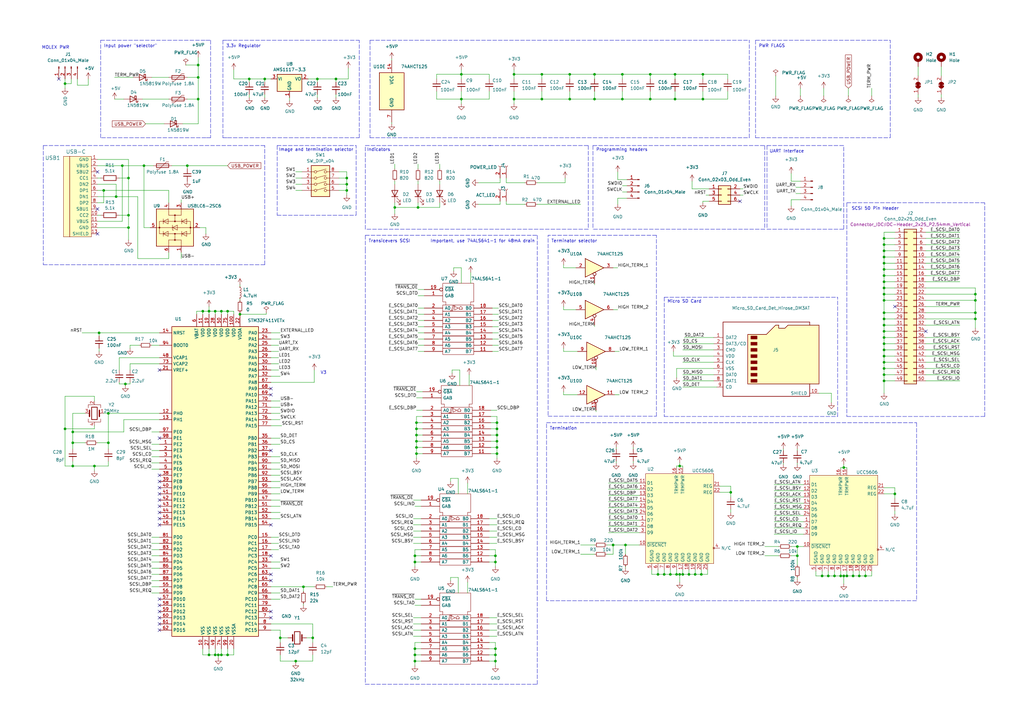
<source format=kicad_sch>
(kicad_sch (version 20211123) (generator eeschema)

  (uuid c4d97e29-4300-4520-9366-edbdee93f48a)

  (paper "A3")

  (title_block
    (title "BlackSASI")
    (date "2022-03-20")
    (rev "1.00")
    (company "SweProj.com")
  )

  

  (junction (at 243.84 40.64) (diameter 0) (color 0 0 0 0)
    (uuid 001f7033-df35-4373-8892-f5fe288a577b)
  )
  (junction (at 256.54 223.52) (diameter 0) (color 0 0 0 0)
    (uuid 00e1b5df-fa73-41ee-9f86-36bcd930675a)
  )
  (junction (at 170.18 271.145) (diameter 0) (color 0 0 0 0)
    (uuid 03e94c59-5042-4399-ab30-7231129af02e)
  )
  (junction (at 50.165 67.945) (diameter 0) (color 0 0 0 0)
    (uuid 187feb91-784a-4b10-9988-0312cb47e7cb)
  )
  (junction (at 40.64 136.525) (diameter 0) (color 0 0 0 0)
    (uuid 19e6b6fe-d437-445e-b92f-996aa4197b3f)
  )
  (junction (at 400.05 128.27) (diameter 0) (color 0 0 0 0)
    (uuid 1b5d7dc9-5cfd-464e-b180-00317aa95f69)
  )
  (junction (at 203.835 180.975) (diameter 0) (color 0 0 0 0)
    (uuid 1c4844f2-ca26-4b6a-acce-3d1920bb0e72)
  )
  (junction (at 362.585 100.33) (diameter 0) (color 0 0 0 0)
    (uuid 1c69dee1-ed36-4504-987d-9fd81232ae4b)
  )
  (junction (at 38.735 191.135) (diameter 0) (color 0 0 0 0)
    (uuid 20eba151-a9b0-47d5-b959-86ab23c14c41)
  )
  (junction (at 362.585 148.59) (diameter 0) (color 0 0 0 0)
    (uuid 2d0de9fb-d263-40a3-a4b8-534699f8dc00)
  )
  (junction (at 170.18 268.605) (diameter 0) (color 0 0 0 0)
    (uuid 2d969b0a-6800-41e3-9f8e-e411603c9b39)
  )
  (junction (at 278.765 235.585) (diameter 0) (color 0 0 0 0)
    (uuid 2da975d4-e343-4a15-b306-b792e8ef0bc5)
  )
  (junction (at 400.05 123.19) (diameter 0) (color 0 0 0 0)
    (uuid 2e56912e-16d0-4e5f-87ba-0f703dfaa920)
  )
  (junction (at 288.29 30.48) (diameter 0) (color 0 0 0 0)
    (uuid 2e5858a1-1c8b-439c-a8bf-7337dab74d4c)
  )
  (junction (at 83.185 127.635) (diameter 0) (color 0 0 0 0)
    (uuid 2f8e7466-929f-4db2-a6d9-9b9bcfa49a4b)
  )
  (junction (at 203.835 178.435) (diameter 0) (color 0 0 0 0)
    (uuid 308a1136-f747-4aba-95ac-176109f144ad)
  )
  (junction (at 362.585 135.89) (diameter 0) (color 0 0 0 0)
    (uuid 31545c31-1411-4502-a4bd-72118e527e5d)
  )
  (junction (at 26.67 34.29) (diameter 0) (color 0 0 0 0)
    (uuid 32c6b611-a1f1-4ef6-b715-dc84841a662e)
  )
  (junction (at 88.265 268.605) (diameter 0) (color 0 0 0 0)
    (uuid 3548ff4d-f8a5-4204-9fb0-d451a98bab1f)
  )
  (junction (at 362.585 133.35) (diameter 0) (color 0 0 0 0)
    (uuid 36e8430f-296c-401d-840d-d587ff561db5)
  )
  (junction (at 362.585 128.27) (diameter 0) (color 0 0 0 0)
    (uuid 38d9d508-28f7-4f62-a362-c4d1b141a768)
  )
  (junction (at 114.935 261.62) (diameter 0) (color 0 0 0 0)
    (uuid 3bf04610-7106-46c5-a128-70d07dd26e16)
  )
  (junction (at 362.585 151.13) (diameter 0) (color 0 0 0 0)
    (uuid 3e5d48f5-435e-42d1-ab23-e56f92a77133)
  )
  (junction (at 222.25 40.64) (diameter 0) (color 0 0 0 0)
    (uuid 40853290-56f0-4511-9992-f63a853aece2)
  )
  (junction (at 255.27 40.64) (diameter 0) (color 0 0 0 0)
    (uuid 409cba5a-1b66-4682-831c-d780a98ad593)
  )
  (junction (at 203.2 230.505) (diameter 0) (color 0 0 0 0)
    (uuid 42c167fb-869d-48dd-b05f-b577934378a4)
  )
  (junction (at 354.965 236.22) (diameter 0) (color 0 0 0 0)
    (uuid 44ff3cc5-6fd5-4ae2-b093-8209d0992af8)
  )
  (junction (at 362.585 143.51) (diameter 0) (color 0 0 0 0)
    (uuid 45708189-6cf6-4828-a1a1-fe879b822edb)
  )
  (junction (at 161.925 85.09) (diameter 0) (color 0 0 0 0)
    (uuid 477d7677-9d1e-4a5b-8190-a872bb7fdf4f)
  )
  (junction (at 342.265 236.22) (diameter 0) (color 0 0 0 0)
    (uuid 47ecdfbb-3190-4908-a143-6fd72a71136a)
  )
  (junction (at 233.68 30.48) (diameter 0) (color 0 0 0 0)
    (uuid 4fb208b4-38ed-4b49-b658-e5e79ff8124c)
  )
  (junction (at 170.815 183.515) (diameter 0) (color 0 0 0 0)
    (uuid 52ceff6b-623f-4549-b5ee-93e84cd99982)
  )
  (junction (at 278.765 191.135) (diameter 0) (color 0 0 0 0)
    (uuid 53570ddf-5ce6-4769-b8ec-534b730d8447)
  )
  (junction (at 347.345 236.22) (diameter 0) (color 0 0 0 0)
    (uuid 55c467d0-300f-4b0a-8508-ef948cd2b9ae)
  )
  (junction (at 362.585 123.19) (diameter 0) (color 0 0 0 0)
    (uuid 5639c275-fdd6-456c-b900-9ae20aa01a2c)
  )
  (junction (at 203.2 266.065) (diameter 0) (color 0 0 0 0)
    (uuid 566774ee-88e3-4a6f-8b35-70a904dbb055)
  )
  (junction (at 170.18 227.965) (diameter 0) (color 0 0 0 0)
    (uuid 5a1ac72e-c554-49ef-90cb-127e03620b7b)
  )
  (junction (at 44.45 169.545) (diameter 0) (color 0 0 0 0)
    (uuid 5d108873-1f71-4242-afd4-2ca74761375d)
  )
  (junction (at 52.705 73.025) (diameter 0) (color 0 0 0 0)
    (uuid 5dcae560-31e9-42b5-a382-de7f205c5e73)
  )
  (junction (at 243.84 30.48) (diameter 0) (color 0 0 0 0)
    (uuid 5ed6ec94-a7d8-4815-b83a-48b981f3fad4)
  )
  (junction (at 29.845 177.165) (diameter 0) (color 0 0 0 0)
    (uuid 6095e6c3-33af-45b7-8c60-a9823a4fc171)
  )
  (junction (at 130.175 32.385) (diameter 0) (color 0 0 0 0)
    (uuid 61f500ac-4797-4177-8b2e-a54a84120620)
  )
  (junction (at 44.45 181.61) (diameter 0) (color 0 0 0 0)
    (uuid 685c0694-c48c-409f-b9e1-da2e29cb1d94)
  )
  (junction (at 327.025 227.965) (diameter 0) (color 0 0 0 0)
    (uuid 6a5c5248-043e-40e2-9f4b-4e962e41e0dd)
  )
  (junction (at 52.705 93.345) (diameter 0) (color 0 0 0 0)
    (uuid 6affca1b-7214-425b-8e68-3f73d95908fc)
  )
  (junction (at 400.05 120.65) (diameter 0) (color 0 0 0 0)
    (uuid 6dc5c987-e66b-420e-8b13-a723c76a94b2)
  )
  (junction (at 85.725 127.635) (diameter 0) (color 0 0 0 0)
    (uuid 6dd42b34-ed05-4bd4-950a-05c7eefc567f)
  )
  (junction (at 362.585 146.05) (diameter 0) (color 0 0 0 0)
    (uuid 720717f4-339a-4150-b330-09fd40bb07fc)
  )
  (junction (at 108.585 32.385) (diameter 0) (color 0 0 0 0)
    (uuid 7257f7a3-8ece-4e27-a43c-b850f979b198)
  )
  (junction (at 255.27 30.48) (diameter 0) (color 0 0 0 0)
    (uuid 7300131c-ba3e-45bb-9aee-7ea5e6e38c74)
  )
  (junction (at 327.025 224.155) (diameter 0) (color 0 0 0 0)
    (uuid 76541732-d722-4f3b-8d25-a0fc2c05203f)
  )
  (junction (at 362.585 113.03) (diameter 0) (color 0 0 0 0)
    (uuid 76a8edde-eadd-410b-aeb4-7991cba5a237)
  )
  (junction (at 299.72 201.93) (diameter 0) (color 0 0 0 0)
    (uuid 76fa555d-328d-459a-a37a-951d50f91cdb)
  )
  (junction (at 346.075 191.77) (diameter 0) (color 0 0 0 0)
    (uuid 77807873-8299-4424-afd6-5ef0b37cb335)
  )
  (junction (at 203.835 175.895) (diameter 0) (color 0 0 0 0)
    (uuid 7796c738-9ffd-4552-b67d-92c4affa2dde)
  )
  (junction (at 189.23 40.64) (diameter 0) (color 0 0 0 0)
    (uuid 783bf3c5-f812-4647-bd92-bb58af54ab52)
  )
  (junction (at 203.2 271.145) (diameter 0) (color 0 0 0 0)
    (uuid 79f66b80-628c-4a8e-8d7c-a923b866cdc7)
  )
  (junction (at 203.835 186.055) (diameter 0) (color 0 0 0 0)
    (uuid 7a42237b-a99f-460e-b663-9f6b4afedf90)
  )
  (junction (at 88.265 127.635) (diameter 0) (color 0 0 0 0)
    (uuid 7cc0e3fe-7a5e-497a-80ea-fcb86e6d12e2)
  )
  (junction (at 269.875 235.585) (diameter 0) (color 0 0 0 0)
    (uuid 80747ba7-af56-4bf3-be02-816ec45776f7)
  )
  (junction (at 189.23 30.48) (diameter 0) (color 0 0 0 0)
    (uuid 81fa19ab-01af-43e7-9ba0-2b5dc6cc058b)
  )
  (junction (at 274.955 235.585) (diameter 0) (color 0 0 0 0)
    (uuid 82989534-95a7-4706-b132-1e04606a8d8d)
  )
  (junction (at 362.585 115.57) (diameter 0) (color 0 0 0 0)
    (uuid 82b4abd0-6051-4ea0-a591-f949e19388d1)
  )
  (junction (at 85.725 268.605) (diameter 0) (color 0 0 0 0)
    (uuid 872d8c1c-5eba-4462-81a9-1d7a34a9eabe)
  )
  (junction (at 282.575 235.585) (diameter 0) (color 0 0 0 0)
    (uuid 883c6da6-7640-4314-ac13-5d9d3f25a282)
  )
  (junction (at 362.585 138.43) (diameter 0) (color 0 0 0 0)
    (uuid 886cdf94-08ba-4e1f-8da0-d95b9f653a8b)
  )
  (junction (at 362.585 140.97) (diameter 0) (color 0 0 0 0)
    (uuid 8987f8b8-e9a9-4cde-8fe5-e3fab146b2a6)
  )
  (junction (at 203.2 227.965) (diameter 0) (color 0 0 0 0)
    (uuid 8f399f50-80e4-4de8-a083-f04a1de7a253)
  )
  (junction (at 362.585 156.21) (diameter 0) (color 0 0 0 0)
    (uuid 8fc84969-be80-474c-a0d4-707c4c0cc724)
  )
  (junction (at 170.815 178.435) (diameter 0) (color 0 0 0 0)
    (uuid 93140cc1-f8ed-44ae-80ac-85241b3056df)
  )
  (junction (at 203.835 173.355) (diameter 0) (color 0 0 0 0)
    (uuid 9320d367-a283-4bce-8ba2-4391ad23aee7)
  )
  (junction (at 90.805 127.635) (diameter 0) (color 0 0 0 0)
    (uuid 949a8cd3-b170-41cd-9cc9-981f7a74a1d7)
  )
  (junction (at 367.03 202.565) (diameter 0) (color 0 0 0 0)
    (uuid 95a65168-9b0e-449f-b805-e3f225b938f0)
  )
  (junction (at 170.815 180.975) (diameter 0) (color 0 0 0 0)
    (uuid 9827434f-26a1-4aae-b779-e35915e6cb26)
  )
  (junction (at 124.46 240.665) (diameter 0) (color 0 0 0 0)
    (uuid 9832eb3e-8666-42b0-969a-0e76174e1989)
  )
  (junction (at 251.46 223.52) (diameter 0) (color 0 0 0 0)
    (uuid 98384c9f-d77c-4eb3-a7cf-f76e356a62d1)
  )
  (junction (at 277.495 235.585) (diameter 0) (color 0 0 0 0)
    (uuid 9ae2b1c7-d458-4066-b406-094eaf23b2ba)
  )
  (junction (at 362.585 105.41) (diameter 0) (color 0 0 0 0)
    (uuid 9f9bd548-777a-406d-8c65-9efee286b26c)
  )
  (junction (at 362.585 118.11) (diameter 0) (color 0 0 0 0)
    (uuid a0975632-1b21-4b38-81f8-f1f2680f6fed)
  )
  (junction (at 89.535 268.605) (diameter 0) (color 0 0 0 0)
    (uuid a8d71f45-0110-4b7a-b05e-0e16aadcabe6)
  )
  (junction (at 171.45 85.09) (diameter 0) (color 0 0 0 0)
    (uuid abe8d828-e71c-46db-8605-768c57f8434f)
  )
  (junction (at 170.815 175.895) (diameter 0) (color 0 0 0 0)
    (uuid af5a5ea0-12bc-45c6-964a-cd8d4200a9ca)
  )
  (junction (at 52.705 88.265) (diameter 0) (color 0 0 0 0)
    (uuid af68c406-ceec-4ea4-812b-5cfaaffe59c6)
  )
  (junction (at 222.25 30.48) (diameter 0) (color 0 0 0 0)
    (uuid b2521a1c-58d0-42a0-be5f-34984a560bd8)
  )
  (junction (at 400.05 130.81) (diameter 0) (color 0 0 0 0)
    (uuid b278c6f4-5009-48d4-af08-74b28d07711f)
  )
  (junction (at 346.075 236.22) (diameter 0) (color 0 0 0 0)
    (uuid b46b45e2-2ffd-479d-833b-0014719ddddb)
  )
  (junction (at 98.425 128.905) (diameter 0) (color 0 0 0 0)
    (uuid b470a752-9dc2-4e2c-9892-c498aa40f59a)
  )
  (junction (at 42.545 78.105) (diameter 0) (color 0 0 0 0)
    (uuid b5921d30-5395-47c8-b627-9dfb0b5627e3)
  )
  (junction (at 362.585 153.67) (diameter 0) (color 0 0 0 0)
    (uuid b74e1229-693d-4376-98c6-46772cb16ac8)
  )
  (junction (at 362.585 110.49) (diameter 0) (color 0 0 0 0)
    (uuid b7d6fe90-98b9-4699-8c47-5d01b930d65a)
  )
  (junction (at 362.585 107.95) (diameter 0) (color 0 0 0 0)
    (uuid b7eb0e3a-bbfc-4294-8595-dde8ca6c0ca7)
  )
  (junction (at 344.805 236.22) (diameter 0) (color 0 0 0 0)
    (uuid b8ba7538-0161-4a13-9463-3fb7fd930071)
  )
  (junction (at 210.82 30.48) (diameter 0) (color 0 0 0 0)
    (uuid b928da43-5e3b-4e65-815c-70d433e56206)
  )
  (junction (at 170.18 230.505) (diameter 0) (color 0 0 0 0)
    (uuid bafaf2e8-96b9-41c0-bed7-5111cec0d59f)
  )
  (junction (at 142.24 75.565) (diameter 0) (color 0 0 0 0)
    (uuid bbb96b4d-2a93-4d46-8ecc-3ac6ccbd5148)
  )
  (junction (at 137.795 32.385) (diameter 0) (color 0 0 0 0)
    (uuid bc3c9b71-1bb4-4105-bfd1-8a24188957d5)
  )
  (junction (at 276.86 30.48) (diameter 0) (color 0 0 0 0)
    (uuid be02b28d-7f7d-4178-8ba2-ba5bdc81e5dc)
  )
  (junction (at 233.68 40.64) (diameter 0) (color 0 0 0 0)
    (uuid be3b6551-80db-4baf-9fa3-8b231e1eef52)
  )
  (junction (at 90.805 268.605) (diameter 0) (color 0 0 0 0)
    (uuid bf2be611-c3fa-4e3b-ad38-8a93bdc82023)
  )
  (junction (at 170.815 173.355) (diameter 0) (color 0 0 0 0)
    (uuid c2755ea2-6ca6-485a-bcfc-f0e3f079e5f7)
  )
  (junction (at 362.585 130.81) (diameter 0) (color 0 0 0 0)
    (uuid c2d7b71c-39f0-4beb-9225-8f0b5672e878)
  )
  (junction (at 81.28 40.64) (diameter 0) (color 0 0 0 0)
    (uuid c5282137-515e-4266-84de-39add2ddec0e)
  )
  (junction (at 362.585 102.87) (diameter 0) (color 0 0 0 0)
    (uuid c5390552-39ea-4a79-8d9a-cd6028d15183)
  )
  (junction (at 29.845 191.135) (diameter 0) (color 0 0 0 0)
    (uuid c6468651-dd30-4e9f-8cfe-44958b9b778c)
  )
  (junction (at 349.885 236.22) (diameter 0) (color 0 0 0 0)
    (uuid c74adcf2-e6d8-4d58-9270-da508bcce569)
  )
  (junction (at 272.415 235.585) (diameter 0) (color 0 0 0 0)
    (uuid d137c24a-659b-47e6-afb0-939c3e934de4)
  )
  (junction (at 170.815 186.055) (diameter 0) (color 0 0 0 0)
    (uuid d50f0759-e6e2-4af9-ae68-718305af4c72)
  )
  (junction (at 362.585 120.65) (diameter 0) (color 0 0 0 0)
    (uuid d5a92d89-aa92-4096-a176-707b299f359c)
  )
  (junction (at 26.67 175.895) (diameter 0) (color 0 0 0 0)
    (uuid d6371195-a98c-4851-98f2-131ee8feffde)
  )
  (junction (at 210.82 40.64) (diameter 0) (color 0 0 0 0)
    (uuid da6316c0-e699-4e23-b0e4-b1d5eba3a4e2)
  )
  (junction (at 203.835 183.515) (diameter 0) (color 0 0 0 0)
    (uuid db8bec98-e454-459b-bf3b-aa9c2b706999)
  )
  (junction (at 339.725 236.22) (diameter 0) (color 0 0 0 0)
    (uuid dc2ca78e-43c1-4511-9ca9-52382244f319)
  )
  (junction (at 352.425 236.22) (diameter 0) (color 0 0 0 0)
    (uuid dc7f3e1f-74f6-42fd-9aae-31b76536bf41)
  )
  (junction (at 337.185 236.22) (diameter 0) (color 0 0 0 0)
    (uuid dd1a0c60-7f5f-4f67-a445-52f3400aee38)
  )
  (junction (at 47.625 80.645) (diameter 0) (color 0 0 0 0)
    (uuid ddce59da-a6c2-42cd-95c6-6052c7a421dc)
  )
  (junction (at 29.845 181.61) (diameter 0) (color 0 0 0 0)
    (uuid de60ff0e-71ab-4d6b-a0b2-5e0037edff59)
  )
  (junction (at 102.235 32.385) (diameter 0) (color 0 0 0 0)
    (uuid de74d78d-f7bb-4720-9397-f8948e2f5bd7)
  )
  (junction (at 276.86 40.64) (diameter 0) (color 0 0 0 0)
    (uuid dfc49f43-995a-407e-a46d-fbec24f61e8d)
  )
  (junction (at 76.835 67.945) (diameter 0) (color 0 0 0 0)
    (uuid e07d866e-06c2-4e8b-8de1-f7d61b91b336)
  )
  (junction (at 51.435 157.48) (diameter 0) (color 0 0 0 0)
    (uuid e18270aa-8d4b-43f6-8f7f-0ea1ffdcd0ac)
  )
  (junction (at 59.055 67.945) (diameter 0) (color 0 0 0 0)
    (uuid e5e87b25-f171-4256-9eb7-c35f51c8b665)
  )
  (junction (at 121.285 271.145) (diameter 0) (color 0 0 0 0)
    (uuid e759a7fe-da07-4c9a-ab45-c05b98f6bd19)
  )
  (junction (at 288.29 40.64) (diameter 0) (color 0 0 0 0)
    (uuid e8ba5849-749d-4e0a-968c-fd80f9b36113)
  )
  (junction (at 142.24 73.025) (diameter 0) (color 0 0 0 0)
    (uuid ebaf0258-8844-46c1-b9fa-e2bdc09ba718)
  )
  (junction (at 142.24 78.105) (diameter 0) (color 0 0 0 0)
    (uuid ee7ac5bf-e3f9-438b-a11e-7e33a9325406)
  )
  (junction (at 81.28 26.67) (diameter 0) (color 0 0 0 0)
    (uuid f0660155-3837-4c65-ae15-6eb7a56dae44)
  )
  (junction (at 93.345 268.605) (diameter 0) (color 0 0 0 0)
    (uuid f507d3d0-7b83-4dcf-bbd6-1eafa1641982)
  )
  (junction (at 93.345 127.635) (diameter 0) (color 0 0 0 0)
    (uuid f70e3f3f-dfc5-4fa0-b7dc-90a4bee7b70d)
  )
  (junction (at 266.7 40.64) (diameter 0) (color 0 0 0 0)
    (uuid f76c8050-2707-476f-b36e-6a0cd6119e1c)
  )
  (junction (at 266.7 30.48) (diameter 0) (color 0 0 0 0)
    (uuid f7fa3149-429f-4628-a90d-d54d4e1cdd50)
  )
  (junction (at 170.18 266.065) (diameter 0) (color 0 0 0 0)
    (uuid f856a9ed-06f6-406c-a051-6a6dc5fd3706)
  )
  (junction (at 362.585 97.79) (diameter 0) (color 0 0 0 0)
    (uuid f94d7499-7294-47e8-9a6e-afebf2e0d1a1)
  )
  (junction (at 81.28 31.75) (diameter 0) (color 0 0 0 0)
    (uuid fb348661-8622-4f74-b5c5-e07db16a2735)
  )
  (junction (at 287.655 235.585) (diameter 0) (color 0 0 0 0)
    (uuid fc8d5d90-a72d-4cf6-9b25-dc3096aefc32)
  )
  (junction (at 280.035 235.585) (diameter 0) (color 0 0 0 0)
    (uuid fcee0107-d1b5-4cef-805c-cbbeb367fedd)
  )
  (junction (at 128.27 261.62) (diameter 0) (color 0 0 0 0)
    (uuid fd50ec7e-592f-4ebf-96df-67edd5fc448b)
  )
  (junction (at 203.2 268.605) (diameter 0) (color 0 0 0 0)
    (uuid fd8619d7-bc15-47ac-aa39-1afd18fa21d9)
  )
  (junction (at 285.115 235.585) (diameter 0) (color 0 0 0 0)
    (uuid fe40b140-71be-4894-a6e3-2e3333f7a818)
  )

  (no_connect (at 111.125 253.365) (uuid 08a02abf-06df-42af-aa34-ba13d2dea005))
  (no_connect (at 111.125 238.125) (uuid 0a43c551-dbfe-43ff-a241-076a8ca91cef))
  (no_connect (at 111.125 227.965) (uuid 0a62cbae-1c9f-48cd-8d93-d9df88b13243))
  (no_connect (at 65.405 253.365) (uuid 0e546bcc-9681-4691-9c72-4496bc622d67))
  (no_connect (at 303.53 82.55) (uuid 0ff232e9-6aba-4c6d-a5f6-0b3d26257d35))
  (no_connect (at 65.405 151.765) (uuid 1dc37920-78ce-42dc-b8b2-d3c90b811d84))
  (no_connect (at 65.405 205.105) (uuid 2bfc3999-ae73-47fc-aff0-72f4d50d19e8))
  (no_connect (at 65.405 255.905) (uuid 422ce139-0e0e-40b1-b064-2ca2d20ff386))
  (no_connect (at 65.405 250.825) (uuid 5e102930-72dd-435b-a54c-86fb25971139))
  (no_connect (at 111.125 215.265) (uuid 62fa40df-6d7a-4e42-865c-d096f7c82f70))
  (no_connect (at 65.405 194.945) (uuid 6d5f86fa-3f67-4c51-9cb1-d497c3f206cb))
  (no_connect (at 111.125 250.825) (uuid 6d9f6563-b395-49b4-90ea-ded5f84aeba3))
  (no_connect (at 65.405 215.265) (uuid 6e3a2635-1003-4575-bf5e-8caf80c668c0))
  (no_connect (at 40.005 70.485) (uuid 79ef4bc5-551e-4449-8656-30000c51237b))
  (no_connect (at 111.125 235.585) (uuid 7dbb3959-ac86-4aa8-b7c5-c52b9d14f614))
  (no_connect (at 379.73 135.89) (uuid 8587fdad-ef15-4da2-87f0-0ca0c2a896d7))
  (no_connect (at 65.405 200.025) (uuid 86f8149d-10e3-4723-98b8-5f7829f6b611))
  (no_connect (at 65.405 197.485) (uuid 987647d8-d104-4d42-a0af-8c44a350066c))
  (no_connect (at 65.405 245.745) (uuid 992557e4-e8ca-4faf-89e3-c4933f7e724b))
  (no_connect (at 111.125 184.785) (uuid a32010b5-ad76-441e-91c4-e41e9f21be41))
  (no_connect (at 65.405 248.285) (uuid ac8c8244-b4ca-45d6-96c4-38d707f1b6fc))
  (no_connect (at 111.125 159.385) (uuid b2c1399b-afc9-4226-975a-d8ebf5e268a3))
  (no_connect (at 65.405 258.445) (uuid b35e5c7e-3a34-4064-bf81-a931bdbda3ad))
  (no_connect (at 111.125 161.925) (uuid bedd5cce-9524-40aa-b156-aa5a5a468593))
  (no_connect (at 40.005 95.885) (uuid bfdc7b86-ec99-40af-b64f-9e678ee1ad49))
  (no_connect (at 65.405 202.565) (uuid cd81ab56-7d10-484d-ab07-8a09229721ab))
  (no_connect (at 40.005 85.725) (uuid d1f49220-ee68-4d6c-8e05-d5dcdde26e38))
  (no_connect (at 65.405 207.645) (uuid d9c5c2a6-a368-4964-9f44-eee473480b9f))
  (no_connect (at 367.03 125.73) (uuid da8ee858-3d50-4ee8-899b-82c917ea595a))
  (no_connect (at 65.405 210.185) (uuid e0ddde18-63e4-4b29-b598-2031eabae133))
  (no_connect (at 65.405 212.725) (uuid ebb117fc-7e72-48fb-bc46-e141a27228fa))
  (no_connect (at 24.13 32.385) (uuid ec9fb9d6-f906-48e6-887e-78edb3140908))
  (no_connect (at 65.405 179.705) (uuid f356a60e-7a8d-4e45-a402-0850260ff0ee))

  (wire (pts (xy 179.07 30.48) (xy 179.07 32.385))
    (stroke (width 0) (type default) (color 0 0 0 0))
    (uuid 00e2af4c-6709-4814-9145-95f68d8adb52)
  )
  (wire (pts (xy 362.585 105.41) (xy 367.03 105.41))
    (stroke (width 0) (type default) (color 0 0 0 0))
    (uuid 017653c0-bf30-4619-99dc-ad384eeb6a59)
  )
  (wire (pts (xy 233.68 30.48) (xy 233.68 32.385))
    (stroke (width 0) (type default) (color 0 0 0 0))
    (uuid 018e76a5-2210-4e35-823f-18adc23432df)
  )
  (wire (pts (xy 267.335 233.68) (xy 267.335 235.585))
    (stroke (width 0) (type default) (color 0 0 0 0))
    (uuid 01f7c357-ae1d-491b-9879-e29c71a3436f)
  )
  (wire (pts (xy 362.585 146.05) (xy 362.585 148.59))
    (stroke (width 0) (type default) (color 0 0 0 0))
    (uuid 02372aac-f316-4ef1-9197-7eea48c6d465)
  )
  (wire (pts (xy 111.125 220.345) (xy 114.3 220.345))
    (stroke (width 0) (type default) (color 0 0 0 0))
    (uuid 02ceac0d-3e9e-416e-a05c-6cdef38dfa23)
  )
  (polyline (pts (xy 224.155 246.38) (xy 224.155 173.355))
    (stroke (width 0) (type default) (color 0 0 0 0))
    (uuid 02d24662-781b-4552-b6fa-f43b24b94702)
  )

  (wire (pts (xy 362.585 102.87) (xy 362.585 105.41))
    (stroke (width 0) (type default) (color 0 0 0 0))
    (uuid 03a6e710-e978-4cd1-8bad-d74c0acbe0ba)
  )
  (wire (pts (xy 53.34 142.875) (xy 53.34 141.605))
    (stroke (width 0) (type default) (color 0 0 0 0))
    (uuid 03d3d650-4f6a-4100-be49-7b3e4ecd19d6)
  )
  (wire (pts (xy 89.535 268.605) (xy 90.805 268.605))
    (stroke (width 0) (type default) (color 0 0 0 0))
    (uuid 04030806-f1e1-4149-ad4f-95873c6a667e)
  )
  (wire (pts (xy 362.585 146.05) (xy 367.03 146.05))
    (stroke (width 0) (type default) (color 0 0 0 0))
    (uuid 0415dd77-d192-4b0c-acf7-68821ac4a3ef)
  )
  (wire (pts (xy 44.45 189.23) (xy 44.45 191.135))
    (stroke (width 0) (type default) (color 0 0 0 0))
    (uuid 04dab952-2201-457e-8937-b2ce027e0d16)
  )
  (wire (pts (xy 249.555 215.9) (xy 262.255 215.9))
    (stroke (width 0) (type default) (color 0 0 0 0))
    (uuid 04f3d18e-1693-4d01-a603-2f91c3f117ae)
  )
  (polyline (pts (xy 17.78 59.69) (xy 17.78 108.585))
    (stroke (width 0) (type default) (color 0 0 0 0))
    (uuid 05bbac58-7c7c-4730-b685-2c654788eea4)
  )

  (wire (pts (xy 128.27 271.145) (xy 128.27 268.605))
    (stroke (width 0) (type default) (color 0 0 0 0))
    (uuid 06082504-9577-44b1-9135-4a14f417ed63)
  )
  (wire (pts (xy 203.835 170.815) (xy 203.835 173.355))
    (stroke (width 0) (type default) (color 0 0 0 0))
    (uuid 062e487c-34fd-427d-b762-3e27013564dd)
  )
  (wire (pts (xy 249.555 198.12) (xy 262.255 198.12))
    (stroke (width 0) (type default) (color 0 0 0 0))
    (uuid 0643e8bb-397e-4cf2-9760-e466f8ed5e6f)
  )
  (wire (pts (xy 111.125 141.605) (xy 114.3 141.605))
    (stroke (width 0) (type default) (color 0 0 0 0))
    (uuid 06afcd14-9829-4976-9807-b8f8e2fd0bd6)
  )
  (wire (pts (xy 46.99 40.64) (xy 50.8 40.64))
    (stroke (width 0) (type default) (color 0 0 0 0))
    (uuid 080cf07c-3ae2-4839-88ac-7180e2d29ed4)
  )
  (polyline (pts (xy 86.36 16.51) (xy 86.36 56.515))
    (stroke (width 0) (type default) (color 0 0 0 0))
    (uuid 085afd9a-ec75-457b-be29-980c9da43d8d)
  )

  (wire (pts (xy 318.135 31.115) (xy 318.135 39.37))
    (stroke (width 0) (type default) (color 0 0 0 0))
    (uuid 087b6ac2-2316-4621-a1ff-69f14332fc4f)
  )
  (wire (pts (xy 52.705 65.405) (xy 52.705 73.025))
    (stroke (width 0) (type default) (color 0 0 0 0))
    (uuid 08a7d256-20bb-4f6a-97ee-f64eb7fa4677)
  )
  (wire (pts (xy 111.125 154.305) (xy 114.935 154.305))
    (stroke (width 0) (type default) (color 0 0 0 0))
    (uuid 09072105-8913-48c7-9adc-3996bfa91f69)
  )
  (wire (pts (xy 170.18 230.505) (xy 172.72 230.505))
    (stroke (width 0) (type default) (color 0 0 0 0))
    (uuid 092456b3-1805-430f-aedd-ea98e5a49285)
  )
  (wire (pts (xy 367.03 202.565) (xy 367.03 204.47))
    (stroke (width 0) (type default) (color 0 0 0 0))
    (uuid 093c1953-e17e-472e-b31d-18568b33569c)
  )
  (wire (pts (xy 65.405 225.425) (xy 62.23 225.425))
    (stroke (width 0) (type default) (color 0 0 0 0))
    (uuid 094da4f3-b6e5-41c9-a7d2-9270796c3003)
  )
  (wire (pts (xy 65.405 177.165) (xy 62.23 177.165))
    (stroke (width 0) (type default) (color 0 0 0 0))
    (uuid 098288de-513d-4718-875d-b2a2cd0fc903)
  )
  (wire (pts (xy 203.835 186.055) (xy 203.835 187.96))
    (stroke (width 0) (type default) (color 0 0 0 0))
    (uuid 09df4ef8-a32a-4aa5-bdb3-07858551254a)
  )
  (wire (pts (xy 244.475 168.275) (xy 244.475 168.91))
    (stroke (width 0) (type default) (color 0 0 0 0))
    (uuid 0a1ec4c8-d18d-4593-8c74-6f3423cf5a6d)
  )
  (wire (pts (xy 201.93 128.905) (xy 204.47 128.905))
    (stroke (width 0) (type default) (color 0 0 0 0))
    (uuid 0b161b11-5ceb-446f-91dc-36e19587dbcd)
  )
  (wire (pts (xy 170.18 207.645) (xy 172.72 207.645))
    (stroke (width 0) (type default) (color 0 0 0 0))
    (uuid 0ba08930-b3e6-429d-bfd6-fb77c9139c12)
  )
  (wire (pts (xy 111.125 194.945) (xy 114.935 194.945))
    (stroke (width 0) (type default) (color 0 0 0 0))
    (uuid 0bec1e8e-0e2c-4974-9ead-912fcf9fac98)
  )
  (wire (pts (xy 170.815 180.975) (xy 170.815 183.515))
    (stroke (width 0) (type default) (color 0 0 0 0))
    (uuid 0c2efa81-b310-4c00-b7fe-f9d5d8ff8059)
  )
  (wire (pts (xy 321.31 189.865) (xy 321.31 190.5))
    (stroke (width 0) (type default) (color 0 0 0 0))
    (uuid 0c49916e-5aab-4342-94ce-563438e7f35a)
  )
  (wire (pts (xy 62.23 240.665) (xy 65.405 240.665))
    (stroke (width 0) (type default) (color 0 0 0 0))
    (uuid 0c6ddf4e-a774-4759-87c5-16aae7528735)
  )
  (wire (pts (xy 362.585 95.25) (xy 367.03 95.25))
    (stroke (width 0) (type default) (color 0 0 0 0))
    (uuid 0d124c86-01ee-47c9-aa2b-f7b4d9ee87bc)
  )
  (wire (pts (xy 89.535 268.605) (xy 89.535 269.875))
    (stroke (width 0) (type default) (color 0 0 0 0))
    (uuid 0d2918f7-5efd-422b-9f71-cd33d4d1b4c4)
  )
  (wire (pts (xy 249.555 208.28) (xy 262.255 208.28))
    (stroke (width 0) (type default) (color 0 0 0 0))
    (uuid 0d5bb5d6-1333-4364-bb68-1db757da8683)
  )
  (polyline (pts (xy 108.585 108.585) (xy 108.585 59.69))
    (stroke (width 0) (type default) (color 0 0 0 0))
    (uuid 0e2c484b-f9f6-4445-a03d-80c2d8da4809)
  )

  (wire (pts (xy 344.805 236.22) (xy 346.075 236.22))
    (stroke (width 0) (type default) (color 0 0 0 0))
    (uuid 0ee74577-6ea5-4912-b4fa-40148e4d16c7)
  )
  (wire (pts (xy 56.515 106.045) (xy 69.215 106.045))
    (stroke (width 0) (type default) (color 0 0 0 0))
    (uuid 0f1d5ce3-51f7-4e6b-8863-03ed536b5833)
  )
  (wire (pts (xy 379.73 151.13) (xy 393.7 151.13))
    (stroke (width 0) (type default) (color 0 0 0 0))
    (uuid 0f726bd6-60c5-40ae-afa3-84d5e8133630)
  )
  (wire (pts (xy 111.125 172.085) (xy 114.935 172.085))
    (stroke (width 0) (type default) (color 0 0 0 0))
    (uuid 0fbae64c-5d5c-4a99-869f-fcf9ce2e489b)
  )
  (wire (pts (xy 201.295 180.975) (xy 203.835 180.975))
    (stroke (width 0) (type default) (color 0 0 0 0))
    (uuid 0fbd26ff-7cd5-4487-b2fe-d4fbfe7446f1)
  )
  (wire (pts (xy 42.545 78.105) (xy 69.215 78.105))
    (stroke (width 0) (type default) (color 0 0 0 0))
    (uuid 10be7ad7-7fc9-4142-8a8e-4c767c1a5bb0)
  )
  (wire (pts (xy 189.23 32.385) (xy 189.23 30.48))
    (stroke (width 0) (type default) (color 0 0 0 0))
    (uuid 10f303e1-c21a-4798-83a3-96e152e6d26f)
  )
  (polyline (pts (xy 224.79 96.52) (xy 224.79 97.155))
    (stroke (width 0) (type default) (color 0 0 0 0))
    (uuid 1129abe7-8de3-41ce-981e-0bd8f0f0e69c)
  )

  (wire (pts (xy 207.645 73.025) (xy 207.645 74.93))
    (stroke (width 0) (type default) (color 0 0 0 0))
    (uuid 11667a9d-7359-4a68-8d27-e205b6e96d25)
  )
  (wire (pts (xy 327.025 236.855) (xy 327.025 237.49))
    (stroke (width 0) (type default) (color 0 0 0 0))
    (uuid 11eea4aa-ae56-422f-9067-7bcb973139ac)
  )
  (wire (pts (xy 200.66 263.525) (xy 203.2 263.525))
    (stroke (width 0) (type default) (color 0 0 0 0))
    (uuid 1282241b-7d3b-4a5d-ba21-4c86fecdbb49)
  )
  (wire (pts (xy 121.285 73.025) (xy 123.825 73.025))
    (stroke (width 0) (type default) (color 0 0 0 0))
    (uuid 13668d11-336b-4a12-8922-1936503865eb)
  )
  (wire (pts (xy 74.93 50.8) (xy 81.28 50.8))
    (stroke (width 0) (type default) (color 0 0 0 0))
    (uuid 13e081a2-551a-4b47-88e2-a2ec1ce3609a)
  )
  (wire (pts (xy 44.45 169.545) (xy 65.405 169.545))
    (stroke (width 0) (type default) (color 0 0 0 0))
    (uuid 13ef08a4-86c8-4018-9974-795594dfac8b)
  )
  (polyline (pts (xy 91.44 16.51) (xy 93.345 16.51))
    (stroke (width 0) (type default) (color 0 0 0 0))
    (uuid 14024c61-79e8-40dc-9057-37cc4ebba99b)
  )

  (wire (pts (xy 48.895 73.025) (xy 52.705 73.025))
    (stroke (width 0) (type default) (color 0 0 0 0))
    (uuid 148445d0-3d4d-4c4c-9398-bac7f2dbe40c)
  )
  (wire (pts (xy 42.545 169.545) (xy 44.45 169.545))
    (stroke (width 0) (type default) (color 0 0 0 0))
    (uuid 14d7bc38-eb2b-4a70-a925-e9cf44ff15e4)
  )
  (wire (pts (xy 29.845 181.61) (xy 34.925 181.61))
    (stroke (width 0) (type default) (color 0 0 0 0))
    (uuid 1501a31e-d351-40fc-9455-4b6209c268b3)
  )
  (wire (pts (xy 142.875 27.94) (xy 142.875 32.385))
    (stroke (width 0) (type default) (color 0 0 0 0))
    (uuid 15230a8d-f709-487e-a2d1-99716d454023)
  )
  (wire (pts (xy 362.585 118.11) (xy 362.585 120.65))
    (stroke (width 0) (type default) (color 0 0 0 0))
    (uuid 15e36333-29ed-4ab8-9be6-d3696d64f774)
  )
  (wire (pts (xy 200.66 255.905) (xy 203.835 255.905))
    (stroke (width 0) (type default) (color 0 0 0 0))
    (uuid 15e3bd5e-9f0a-42c6-9ee2-77dfb80b1628)
  )
  (wire (pts (xy 252.73 189.23) (xy 252.73 189.865))
    (stroke (width 0) (type default) (color 0 0 0 0))
    (uuid 15ea1587-e8cf-43b5-8d6f-e6992315b0cc)
  )
  (wire (pts (xy 48.895 88.265) (xy 52.705 88.265))
    (stroke (width 0) (type default) (color 0 0 0 0))
    (uuid 171bb268-4041-49aa-bb13-a6501a870eb0)
  )
  (polyline (pts (xy 17.78 108.585) (xy 108.585 108.585))
    (stroke (width 0) (type default) (color 0 0 0 0))
    (uuid 173a115b-4a32-4278-8ffe-79adea288bb3)
  )

  (wire (pts (xy 357.505 236.22) (xy 357.505 234.315))
    (stroke (width 0) (type default) (color 0 0 0 0))
    (uuid 173e372b-cdd5-43be-bad9-aedf8329ec07)
  )
  (wire (pts (xy 76.835 31.75) (xy 81.28 31.75))
    (stroke (width 0) (type default) (color 0 0 0 0))
    (uuid 179bafd4-9c60-41c5-8568-4bc61bce67e1)
  )
  (wire (pts (xy 50.8 172.085) (xy 50.8 177.165))
    (stroke (width 0) (type default) (color 0 0 0 0))
    (uuid 17cb3599-ffc9-4e81-8e64-aec1508999a5)
  )
  (polyline (pts (xy 313.69 59.69) (xy 313.69 93.98))
    (stroke (width 0) (type default) (color 0 0 0 0))
    (uuid 183d5d17-bbaa-41e8-a274-9433bf32a63c)
  )

  (wire (pts (xy 26.67 32.385) (xy 26.67 34.29))
    (stroke (width 0) (type default) (color 0 0 0 0))
    (uuid 1853557f-d870-4f73-bc70-e89fb0093629)
  )
  (wire (pts (xy 26.67 175.895) (xy 26.67 191.135))
    (stroke (width 0) (type default) (color 0 0 0 0))
    (uuid 1891a343-2c95-4c2a-b897-4ca130a4d929)
  )
  (wire (pts (xy 379.73 110.49) (xy 393.7 110.49))
    (stroke (width 0) (type default) (color 0 0 0 0))
    (uuid 1950b271-98e0-447a-b2e3-7b8ca89d2b4d)
  )
  (wire (pts (xy 201.93 136.525) (xy 204.47 136.525))
    (stroke (width 0) (type default) (color 0 0 0 0))
    (uuid 19885406-9410-44eb-8604-e128cc55bd5b)
  )
  (wire (pts (xy 335.915 161.29) (xy 340.995 161.29))
    (stroke (width 0) (type default) (color 0 0 0 0))
    (uuid 1a21fb5c-007e-4928-82ba-f3b23c2ba5ac)
  )
  (wire (pts (xy 283.845 77.47) (xy 290.83 77.47))
    (stroke (width 0) (type default) (color 0 0 0 0))
    (uuid 1b36856d-e82c-4ce3-8abd-9c24a6656ca5)
  )
  (wire (pts (xy 196.215 83.82) (xy 205.105 83.82))
    (stroke (width 0) (type default) (color 0 0 0 0))
    (uuid 1b7b8f74-1080-4186-a795-2b3151a5aead)
  )
  (wire (pts (xy 362.585 148.59) (xy 362.585 151.13))
    (stroke (width 0) (type default) (color 0 0 0 0))
    (uuid 1c2ea9fe-7994-4d54-8c25-e76362d5382e)
  )
  (wire (pts (xy 111.125 144.145) (xy 114.3 144.145))
    (stroke (width 0) (type default) (color 0 0 0 0))
    (uuid 1ce15c77-9268-4145-ab00-2e186578141b)
  )
  (wire (pts (xy 184.785 236.855) (xy 187.96 236.855))
    (stroke (width 0) (type default) (color 0 0 0 0))
    (uuid 1d1ad576-78b7-425f-8c7c-c37ed8dfae33)
  )
  (wire (pts (xy 47.625 75.565) (xy 47.625 80.645))
    (stroke (width 0) (type default) (color 0 0 0 0))
    (uuid 1d800193-8381-4a99-80f3-8ee3b46600a3)
  )
  (wire (pts (xy 255.27 76.2) (xy 257.175 76.2))
    (stroke (width 0) (type default) (color 0 0 0 0))
    (uuid 1e01dac7-81dc-469b-9775-21c240d8463a)
  )
  (wire (pts (xy 324.485 81.915) (xy 328.295 81.915))
    (stroke (width 0) (type default) (color 0 0 0 0))
    (uuid 1eaea42d-027a-41aa-b8c3-2be3c987f6fc)
  )
  (wire (pts (xy 81.28 23.495) (xy 81.28 26.67))
    (stroke (width 0) (type default) (color 0 0 0 0))
    (uuid 1ef92e9b-c657-4d5d-a786-74fb67e06a5c)
  )
  (wire (pts (xy 285.115 233.68) (xy 285.115 235.585))
    (stroke (width 0) (type default) (color 0 0 0 0))
    (uuid 1f63af88-695d-468f-a10c-bf4f495eed60)
  )
  (wire (pts (xy 40.64 136.525) (xy 40.64 137.795))
    (stroke (width 0) (type default) (color 0 0 0 0))
    (uuid 1f6937ba-1d4f-4c27-bbb2-eb5d945c6cb3)
  )
  (wire (pts (xy 111.125 156.845) (xy 128.905 156.845))
    (stroke (width 0) (type default) (color 0 0 0 0))
    (uuid 1fa439e8-e0ff-4e18-8867-070d2709d44e)
  )
  (wire (pts (xy 53.34 157.48) (xy 53.34 156.845))
    (stroke (width 0) (type default) (color 0 0 0 0))
    (uuid 1fa6137c-aeda-464a-947d-f5062691ae2f)
  )
  (wire (pts (xy 252.73 183.515) (xy 252.73 184.15))
    (stroke (width 0) (type default) (color 0 0 0 0))
    (uuid 2027bef6-0e85-454e-9860-83d6fb4893b4)
  )
  (wire (pts (xy 282.575 235.585) (xy 285.115 235.585))
    (stroke (width 0) (type default) (color 0 0 0 0))
    (uuid 2033cee0-86b8-462b-8841-9d0948ff4e85)
  )
  (wire (pts (xy 255.27 37.465) (xy 255.27 40.64))
    (stroke (width 0) (type default) (color 0 0 0 0))
    (uuid 205c730f-e2a3-4fc9-a686-7c22414969ef)
  )
  (wire (pts (xy 292.735 151.13) (xy 277.495 151.13))
    (stroke (width 0) (type default) (color 0 0 0 0))
    (uuid 212e52b2-9c83-412d-94d8-a5194a1c19d5)
  )
  (wire (pts (xy 379.73 97.79) (xy 393.7 97.79))
    (stroke (width 0) (type default) (color 0 0 0 0))
    (uuid 2144419a-0661-4219-a18f-5821a6b3255c)
  )
  (wire (pts (xy 344.805 234.315) (xy 344.805 236.22))
    (stroke (width 0) (type default) (color 0 0 0 0))
    (uuid 215fa116-3d2e-47fd-b341-919e31aeac1d)
  )
  (polyline (pts (xy 151.765 16.51) (xy 307.34 16.51))
    (stroke (width 0) (type default) (color 0 0 0 0))
    (uuid 21b84837-1194-4250-8beb-b11e9bbeee1f)
  )

  (wire (pts (xy 161.925 67.31) (xy 161.925 69.215))
    (stroke (width 0) (type default) (color 0 0 0 0))
    (uuid 21f02a65-f544-4231-a70d-670812e23978)
  )
  (wire (pts (xy 251.46 223.52) (xy 251.46 227.33))
    (stroke (width 0) (type default) (color 0 0 0 0))
    (uuid 221f2c8d-6662-4d5b-84e0-3a0cfb155a13)
  )
  (polyline (pts (xy 149.86 280.67) (xy 220.345 280.67))
    (stroke (width 0) (type default) (color 0 0 0 0))
    (uuid 226ae8a2-2ef4-4695-9a88-38d4ec779979)
  )
  (polyline (pts (xy 146.05 88.265) (xy 146.05 59.69))
    (stroke (width 0) (type default) (color 0 0 0 0))
    (uuid 22923849-93fb-405d-88d0-0295d2307701)
  )

  (wire (pts (xy 255.27 30.48) (xy 266.7 30.48))
    (stroke (width 0) (type default) (color 0 0 0 0))
    (uuid 22baa68f-3f23-4839-b76c-411989b7f940)
  )
  (polyline (pts (xy 17.78 59.69) (xy 108.585 59.69))
    (stroke (width 0) (type default) (color 0 0 0 0))
    (uuid 22c58e14-e003-4cb8-8303-9703f1256aa0)
  )

  (wire (pts (xy 90.805 266.065) (xy 90.805 268.605))
    (stroke (width 0) (type default) (color 0 0 0 0))
    (uuid 22e1eb19-3641-45aa-8389-a4444d315e41)
  )
  (polyline (pts (xy 241.3 93.98) (xy 149.86 93.98))
    (stroke (width 0) (type default) (color 0 0 0 0))
    (uuid 22ee7e8a-680c-42b4-91bb-d295a7fa1d49)
  )

  (wire (pts (xy 200.66 225.425) (xy 203.2 225.425))
    (stroke (width 0) (type default) (color 0 0 0 0))
    (uuid 23142993-ad00-4bdd-96e7-740082bb12f1)
  )
  (wire (pts (xy 200.66 258.445) (xy 203.835 258.445))
    (stroke (width 0) (type default) (color 0 0 0 0))
    (uuid 233bb547-4fb0-4616-8d83-7fa9995ec070)
  )
  (wire (pts (xy 111.125 187.325) (xy 114.935 187.325))
    (stroke (width 0) (type default) (color 0 0 0 0))
    (uuid 23d6d507-4f00-456a-8a09-626ab3b1fe91)
  )
  (wire (pts (xy 85.725 127.635) (xy 85.725 128.905))
    (stroke (width 0) (type default) (color 0 0 0 0))
    (uuid 23f99c42-3b61-428a-8caf-1c72c9ac6097)
  )
  (wire (pts (xy 231.14 127) (xy 236.22 127))
    (stroke (width 0) (type default) (color 0 0 0 0))
    (uuid 2453a7d2-8d26-4267-a1f8-778b39064e41)
  )
  (wire (pts (xy 93.345 127.635) (xy 95.885 127.635))
    (stroke (width 0) (type default) (color 0 0 0 0))
    (uuid 24e62209-a3fc-47ea-a135-2144b4b301c6)
  )
  (polyline (pts (xy 151.765 16.51) (xy 151.765 56.515))
    (stroke (width 0) (type default) (color 0 0 0 0))
    (uuid 2534e1bc-8c94-4f0a-8465-3070496f47e2)
  )

  (wire (pts (xy 201.93 131.445) (xy 204.47 131.445))
    (stroke (width 0) (type default) (color 0 0 0 0))
    (uuid 256a901e-cac1-472f-9817-a945038af399)
  )
  (wire (pts (xy 169.545 260.985) (xy 172.72 260.985))
    (stroke (width 0) (type default) (color 0 0 0 0))
    (uuid 2593e065-9eb0-4560-a9e0-ec1a4b85b145)
  )
  (wire (pts (xy 222.25 30.48) (xy 222.25 32.385))
    (stroke (width 0) (type default) (color 0 0 0 0))
    (uuid 259d8959-8b40-4633-a765-b994a4e7158e)
  )
  (wire (pts (xy 40.005 65.405) (xy 52.705 65.405))
    (stroke (width 0) (type default) (color 0 0 0 0))
    (uuid 268c6d65-c0e0-47a4-901b-a81d0ea95c0c)
  )
  (wire (pts (xy 334.645 234.315) (xy 334.645 236.22))
    (stroke (width 0) (type default) (color 0 0 0 0))
    (uuid 26a552c5-5c1e-4995-add6-006802a8aee2)
  )
  (wire (pts (xy 98.425 116.84) (xy 98.425 117.475))
    (stroke (width 0) (type default) (color 0 0 0 0))
    (uuid 2728491e-5bfa-4174-8120-372c72191036)
  )
  (wire (pts (xy 83.185 266.065) (xy 83.185 268.605))
    (stroke (width 0) (type default) (color 0 0 0 0))
    (uuid 278e7511-871f-4473-90d7-f2b8bfedbc00)
  )
  (wire (pts (xy 189.23 40.64) (xy 189.23 42.545))
    (stroke (width 0) (type default) (color 0 0 0 0))
    (uuid 27d4373a-34d6-40e4-9dd6-06943182e2ec)
  )
  (wire (pts (xy 367.03 209.55) (xy 367.03 210.82))
    (stroke (width 0) (type default) (color 0 0 0 0))
    (uuid 2885583c-a13e-4f4e-bf09-e1753c9abfc3)
  )
  (wire (pts (xy 201.93 126.365) (xy 204.47 126.365))
    (stroke (width 0) (type default) (color 0 0 0 0))
    (uuid 28e376fd-e580-43ab-a255-ef7a20b46e2d)
  )
  (wire (pts (xy 170.815 173.355) (xy 170.815 175.895))
    (stroke (width 0) (type default) (color 0 0 0 0))
    (uuid 29780c51-81b4-441e-9066-3151f981455f)
  )
  (wire (pts (xy 253.365 70.485) (xy 253.365 73.66))
    (stroke (width 0) (type default) (color 0 0 0 0))
    (uuid 29def2e7-9e53-4c53-8689-a8567f20aa5b)
  )
  (wire (pts (xy 200.66 227.965) (xy 203.2 227.965))
    (stroke (width 0) (type default) (color 0 0 0 0))
    (uuid 2a23f38a-c87f-4db1-ba82-74af7b6b9d31)
  )
  (wire (pts (xy 205.105 74.93) (xy 205.105 73.025))
    (stroke (width 0) (type default) (color 0 0 0 0))
    (uuid 2a45869b-64cc-4a9c-a0f2-746141ff5500)
  )
  (wire (pts (xy 249.555 203.2) (xy 262.255 203.2))
    (stroke (width 0) (type default) (color 0 0 0 0))
    (uuid 2a4e3929-a07e-4377-ae5e-e48dbc6d0aca)
  )
  (wire (pts (xy 111.125 225.425) (xy 114.3 225.425))
    (stroke (width 0) (type default) (color 0 0 0 0))
    (uuid 2b7b9bdc-718b-4d3a-9593-833134efbcc0)
  )
  (wire (pts (xy 139.065 70.485) (xy 142.24 70.485))
    (stroke (width 0) (type default) (color 0 0 0 0))
    (uuid 2bdebe79-7ca7-41f6-b558-381ecb4089ac)
  )
  (wire (pts (xy 59.69 50.8) (xy 67.31 50.8))
    (stroke (width 0) (type default) (color 0 0 0 0))
    (uuid 2c5a05df-e5c6-4a6a-b380-1c843aeb8ead)
  )
  (wire (pts (xy 269.875 235.585) (xy 272.415 235.585))
    (stroke (width 0) (type default) (color 0 0 0 0))
    (uuid 2d060537-ea01-4bbc-99fb-2ec92377946b)
  )
  (wire (pts (xy 137.795 32.385) (xy 142.875 32.385))
    (stroke (width 0) (type default) (color 0 0 0 0))
    (uuid 2d242666-0bff-40a1-9b39-81e2b09bf680)
  )
  (wire (pts (xy 128.27 261.62) (xy 128.27 263.525))
    (stroke (width 0) (type default) (color 0 0 0 0))
    (uuid 2d5d6e96-efba-4521-ba94-50a00a196588)
  )
  (wire (pts (xy 88.265 266.065) (xy 88.265 268.605))
    (stroke (width 0) (type default) (color 0 0 0 0))
    (uuid 2d71d273-c7b5-4767-9855-2ccae03abe5a)
  )
  (wire (pts (xy 379.73 102.87) (xy 393.7 102.87))
    (stroke (width 0) (type default) (color 0 0 0 0))
    (uuid 2dbe99f5-baa6-4300-8456-3e3be7aa02d9)
  )
  (polyline (pts (xy 309.88 16.51) (xy 309.88 56.515))
    (stroke (width 0) (type default) (color 0 0 0 0))
    (uuid 2dc007f8-6d79-4fcf-b9b6-58570cdabb9a)
  )

  (wire (pts (xy 81.28 40.64) (xy 81.28 50.8))
    (stroke (width 0) (type default) (color 0 0 0 0))
    (uuid 2e7a13e0-b095-4ee8-a13f-2114bbccba96)
  )
  (wire (pts (xy 362.585 135.89) (xy 367.03 135.89))
    (stroke (width 0) (type default) (color 0 0 0 0))
    (uuid 2e8a33b4-b970-419a-8ba1-3263fd543106)
  )
  (wire (pts (xy 170.18 266.065) (xy 170.18 263.525))
    (stroke (width 0) (type default) (color 0 0 0 0))
    (uuid 2e8e8db1-897f-4e47-9634-a9869176a561)
  )
  (wire (pts (xy 379.73 128.27) (xy 400.05 128.27))
    (stroke (width 0) (type default) (color 0 0 0 0))
    (uuid 2f670324-aec0-491f-a8b2-53fe0726a16c)
  )
  (wire (pts (xy 65.405 184.785) (xy 62.23 184.785))
    (stroke (width 0) (type default) (color 0 0 0 0))
    (uuid 2f8cbda9-783c-42df-8b95-dfcbb5bb3868)
  )
  (wire (pts (xy 111.125 182.245) (xy 114.935 182.245))
    (stroke (width 0) (type default) (color 0 0 0 0))
    (uuid 30164fa7-d858-4c5c-99d9-24f55d08a73f)
  )
  (wire (pts (xy 38.735 162.56) (xy 38.735 164.465))
    (stroke (width 0) (type default) (color 0 0 0 0))
    (uuid 30352b87-6e24-4ba1-863a-86c77e4eb7db)
  )
  (wire (pts (xy 346.075 236.22) (xy 346.075 239.395))
    (stroke (width 0) (type default) (color 0 0 0 0))
    (uuid 3048c361-bc02-4f53-adf4-b5fc6a66fed8)
  )
  (wire (pts (xy 170.815 183.515) (xy 173.355 183.515))
    (stroke (width 0) (type default) (color 0 0 0 0))
    (uuid 30a558f8-5c13-48ae-a44f-148d8bdea6fb)
  )
  (wire (pts (xy 111.125 139.065) (xy 114.935 139.065))
    (stroke (width 0) (type default) (color 0 0 0 0))
    (uuid 314989b1-6769-4a72-9672-b6584b42a61f)
  )
  (polyline (pts (xy 309.88 16.51) (xy 365.125 16.51))
    (stroke (width 0) (type default) (color 0 0 0 0))
    (uuid 318cc37a-c31a-401e-8570-d2c55d89cdc7)
  )

  (wire (pts (xy 85.725 268.605) (xy 88.265 268.605))
    (stroke (width 0) (type default) (color 0 0 0 0))
    (uuid 31eb47e5-f1f2-4903-816e-97657445b3ac)
  )
  (wire (pts (xy 200.66 266.065) (xy 203.2 266.065))
    (stroke (width 0) (type default) (color 0 0 0 0))
    (uuid 322533db-6229-4f97-beb6-87c6aceb4e97)
  )
  (polyline (pts (xy 224.79 170.6816) (xy 269.24 170.6816))
    (stroke (width 0) (type default) (color 0 0 0 0))
    (uuid 3260f30c-1ad1-4e0b-ad50-51792b0195b1)
  )

  (wire (pts (xy 29.21 34.29) (xy 29.21 32.385))
    (stroke (width 0) (type default) (color 0 0 0 0))
    (uuid 32b86445-adde-4a81-bf9d-39e88f21bb24)
  )
  (wire (pts (xy 222.25 37.465) (xy 222.25 40.64))
    (stroke (width 0) (type default) (color 0 0 0 0))
    (uuid 32ee6b10-e8f5-40a8-b531-0a783c1056c7)
  )
  (wire (pts (xy 88.265 268.605) (xy 89.535 268.605))
    (stroke (width 0) (type default) (color 0 0 0 0))
    (uuid 3311882e-989c-41fe-b5e3-433293aa932c)
  )
  (wire (pts (xy 231.14 144.145) (xy 236.855 144.145))
    (stroke (width 0) (type default) (color 0 0 0 0))
    (uuid 333a5d77-e195-4284-a630-7760f1766417)
  )
  (wire (pts (xy 50.165 67.945) (xy 50.165 90.805))
    (stroke (width 0) (type default) (color 0 0 0 0))
    (uuid 33b8ef37-e87b-422a-98a0-e5c2a200938e)
  )
  (wire (pts (xy 29.845 189.23) (xy 29.845 191.135))
    (stroke (width 0) (type default) (color 0 0 0 0))
    (uuid 33c3a7d2-7493-4bab-b997-52149b7007d6)
  )
  (wire (pts (xy 111.125 222.885) (xy 114.3 222.885))
    (stroke (width 0) (type default) (color 0 0 0 0))
    (uuid 33f91f8f-9892-4e99-8d8f-4f26f762e2e8)
  )
  (wire (pts (xy 324.485 224.155) (xy 327.025 224.155))
    (stroke (width 0) (type default) (color 0 0 0 0))
    (uuid 34419e31-ae10-4071-b8ad-d52eb3f3cc4e)
  )
  (wire (pts (xy 111.125 197.485) (xy 114.935 197.485))
    (stroke (width 0) (type default) (color 0 0 0 0))
    (uuid 347d7925-04dc-48be-92a8-e4134575d264)
  )
  (wire (pts (xy 362.585 133.35) (xy 367.03 133.35))
    (stroke (width 0) (type default) (color 0 0 0 0))
    (uuid 35130e1b-0a4f-4ea7-9eaa-0d29c6794f5e)
  )
  (wire (pts (xy 171.45 139.065) (xy 173.99 139.065))
    (stroke (width 0) (type default) (color 0 0 0 0))
    (uuid 35320e78-cef9-43b9-b573-2a0b619f990a)
  )
  (wire (pts (xy 186.055 111.125) (xy 186.055 109.855))
    (stroke (width 0) (type default) (color 0 0 0 0))
    (uuid 36c9317e-fece-4188-b43c-b4b4eb91cc96)
  )
  (wire (pts (xy 210.82 30.48) (xy 222.25 30.48))
    (stroke (width 0) (type default) (color 0 0 0 0))
    (uuid 3712e9b3-8e2c-482f-bfd7-efc2882059cc)
  )
  (wire (pts (xy 170.815 170.815) (xy 170.815 173.355))
    (stroke (width 0) (type default) (color 0 0 0 0))
    (uuid 3717cba2-c703-40bc-8b17-d21260e8b65b)
  )
  (polyline (pts (xy 84.455 56.515) (xy 41.275 56.515))
    (stroke (width 0) (type default) (color 0 0 0 0))
    (uuid 371a24d9-89c9-47fb-acfb-585857e96f8c)
  )

  (wire (pts (xy 342.265 234.315) (xy 342.265 236.22))
    (stroke (width 0) (type default) (color 0 0 0 0))
    (uuid 38069a96-3ad3-4562-8c3e-36c66ee30bc8)
  )
  (wire (pts (xy 313.69 227.965) (xy 319.405 227.965))
    (stroke (width 0) (type default) (color 0 0 0 0))
    (uuid 3808062c-ea79-4019-8163-8fc3c1f5d95d)
  )
  (wire (pts (xy 251.46 227.33) (xy 248.92 227.33))
    (stroke (width 0) (type default) (color 0 0 0 0))
    (uuid 3828afcf-80b0-401e-9af2-f3b27b04e9d1)
  )
  (wire (pts (xy 328.295 36.195) (xy 328.295 39.37))
    (stroke (width 0) (type default) (color 0 0 0 0))
    (uuid 38352288-d519-401f-8928-bb58be697731)
  )
  (wire (pts (xy 231.14 108.585) (xy 231.14 109.855))
    (stroke (width 0) (type default) (color 0 0 0 0))
    (uuid 3846b943-37dc-43d8-a48f-0f57550f00f0)
  )
  (wire (pts (xy 65.405 222.885) (xy 62.23 222.885))
    (stroke (width 0) (type default) (color 0 0 0 0))
    (uuid 384d9496-3189-4679-ab30-540ef3c9b3db)
  )
  (wire (pts (xy 346.075 236.22) (xy 347.345 236.22))
    (stroke (width 0) (type default) (color 0 0 0 0))
    (uuid 38d1ab87-f802-439c-884d-858458b8f582)
  )
  (wire (pts (xy 40.005 78.105) (xy 42.545 78.105))
    (stroke (width 0) (type default) (color 0 0 0 0))
    (uuid 39d169d5-9667-48eb-bd15-b1e6109fdfcf)
  )
  (wire (pts (xy 111.125 243.205) (xy 114.935 243.205))
    (stroke (width 0) (type default) (color 0 0 0 0))
    (uuid 3a5169d8-8944-4b95-8026-23b92dbf2ec4)
  )
  (wire (pts (xy 189.23 40.64) (xy 200.66 40.64))
    (stroke (width 0) (type default) (color 0 0 0 0))
    (uuid 3a5458eb-ebde-4913-9117-3fa7e52b9475)
  )
  (wire (pts (xy 362.585 107.95) (xy 367.03 107.95))
    (stroke (width 0) (type default) (color 0 0 0 0))
    (uuid 3b1570c8-3136-4a84-b6e1-be20af8cc72d)
  )
  (wire (pts (xy 111.125 230.505) (xy 114.935 230.505))
    (stroke (width 0) (type default) (color 0 0 0 0))
    (uuid 3b73304a-b828-4362-9d4b-f5999c112e3f)
  )
  (wire (pts (xy 362.585 123.19) (xy 362.585 128.27))
    (stroke (width 0) (type default) (color 0 0 0 0))
    (uuid 3c8d0734-8b3f-4e41-b91e-ded0d7ee120f)
  )
  (wire (pts (xy 379.73 125.73) (xy 393.7 125.73))
    (stroke (width 0) (type default) (color 0 0 0 0))
    (uuid 3c9549ae-220b-4d1f-b27a-70cd7a09d053)
  )
  (wire (pts (xy 40.64 142.875) (xy 40.64 144.145))
    (stroke (width 0) (type default) (color 0 0 0 0))
    (uuid 3d048352-79d8-48a3-a217-5e43ec7d5b8b)
  )
  (wire (pts (xy 51.435 157.48) (xy 53.34 157.48))
    (stroke (width 0) (type default) (color 0 0 0 0))
    (uuid 3e468eec-2c33-4131-bd4b-4e8b6aa12f4d)
  )
  (wire (pts (xy 170.18 268.605) (xy 170.18 271.145))
    (stroke (width 0) (type default) (color 0 0 0 0))
    (uuid 3e768bb3-17fb-4ae5-a311-c95dd2a01a85)
  )
  (wire (pts (xy 59.055 67.945) (xy 62.865 67.945))
    (stroke (width 0) (type default) (color 0 0 0 0))
    (uuid 3e929eb5-78b3-4d06-b162-e0b85b93ab05)
  )
  (wire (pts (xy 280.035 235.585) (xy 282.575 235.585))
    (stroke (width 0) (type default) (color 0 0 0 0))
    (uuid 3ea2838d-dd36-4f3d-9f26-826243341375)
  )
  (wire (pts (xy 244.475 150.495) (xy 244.475 151.765))
    (stroke (width 0) (type default) (color 0 0 0 0))
    (uuid 3eae3dde-d8bf-47d1-947e-95d5480b6f11)
  )
  (wire (pts (xy 222.25 40.64) (xy 233.68 40.64))
    (stroke (width 0) (type default) (color 0 0 0 0))
    (uuid 3f810c37-a444-4ef6-9dfc-541f4da8e6ef)
  )
  (wire (pts (xy 111.125 200.025) (xy 114.935 200.025))
    (stroke (width 0) (type default) (color 0 0 0 0))
    (uuid 4042f113-4dc4-4b00-8bca-e51cfe4fe265)
  )
  (polyline (pts (xy 314.579 59.69) (xy 346.075 59.69))
    (stroke (width 0) (type default) (color 0 0 0 0))
    (uuid 406858e2-5095-4324-b0ba-fbf45f33d41a)
  )

  (wire (pts (xy 111.125 164.465) (xy 114.935 164.465))
    (stroke (width 0) (type default) (color 0 0 0 0))
    (uuid 4072123f-a34a-48b6-9da9-975e9ae9083b)
  )
  (polyline (pts (xy 309.88 56.515) (xy 365.125 56.515))
    (stroke (width 0) (type default) (color 0 0 0 0))
    (uuid 42591393-1eab-42b8-9b5e-f854cb011bd8)
  )

  (wire (pts (xy 74.295 81.915) (xy 74.295 83.185))
    (stroke (width 0) (type default) (color 0 0 0 0))
    (uuid 427aea57-3a3b-4d02-85e9-f23bd5b59f5f)
  )
  (wire (pts (xy 187.96 236.855) (xy 187.96 243.205))
    (stroke (width 0) (type default) (color 0 0 0 0))
    (uuid 42eacf9c-ec11-45ce-a625-d61c0efa9099)
  )
  (wire (pts (xy 253.365 73.66) (xy 257.175 73.66))
    (stroke (width 0) (type default) (color 0 0 0 0))
    (uuid 4466848a-6325-4708-8d9d-37ac5389ac09)
  )
  (wire (pts (xy 170.815 175.895) (xy 173.355 175.895))
    (stroke (width 0) (type default) (color 0 0 0 0))
    (uuid 449c9b0e-819f-4725-a650-45118a5dc945)
  )
  (wire (pts (xy 362.585 135.89) (xy 362.585 138.43))
    (stroke (width 0) (type default) (color 0 0 0 0))
    (uuid 4536ece3-6998-477e-a561-f0e18bfeb612)
  )
  (polyline (pts (xy 224.155 173.355) (xy 375.92 173.355))
    (stroke (width 0) (type default) (color 0 0 0 0))
    (uuid 454dd555-c5f6-4f4c-b2da-1c56dd0f7a16)
  )

  (wire (pts (xy 354.965 236.22) (xy 357.505 236.22))
    (stroke (width 0) (type default) (color 0 0 0 0))
    (uuid 460d1871-18dd-49cc-99d9-d33f7bcca253)
  )
  (wire (pts (xy 386.08 38.735) (xy 386.08 40.005))
    (stroke (width 0) (type default) (color 0 0 0 0))
    (uuid 461a2820-760d-4e5f-a1bf-77c76f45b760)
  )
  (wire (pts (xy 169.545 222.885) (xy 172.72 222.885))
    (stroke (width 0) (type default) (color 0 0 0 0))
    (uuid 4680aabb-68f5-4a2b-ac02-6e7ec1c21e25)
  )
  (wire (pts (xy 277.495 235.585) (xy 278.765 235.585))
    (stroke (width 0) (type default) (color 0 0 0 0))
    (uuid 468b464e-ad67-44eb-b2f2-ad9d58964dfb)
  )
  (wire (pts (xy 31.75 32.385) (xy 31.75 34.925))
    (stroke (width 0) (type default) (color 0 0 0 0))
    (uuid 476f9437-4a89-4d76-af91-e2a134b95e6f)
  )
  (wire (pts (xy 95.885 32.385) (xy 102.235 32.385))
    (stroke (width 0) (type default) (color 0 0 0 0))
    (uuid 4852e59a-b625-4570-944f-5ec16e3317c9)
  )
  (wire (pts (xy 65.405 182.245) (xy 62.23 182.245))
    (stroke (width 0) (type default) (color 0 0 0 0))
    (uuid 485d4dfe-4b18-494d-b20f-8ea75c1fc45c)
  )
  (wire (pts (xy 327.025 227.965) (xy 324.485 227.965))
    (stroke (width 0) (type default) (color 0 0 0 0))
    (uuid 48d7a43d-8235-4900-96fd-6249e7d2ec7f)
  )
  (wire (pts (xy 249.555 213.36) (xy 262.255 213.36))
    (stroke (width 0) (type default) (color 0 0 0 0))
    (uuid 491ab16f-87ca-4347-9b7d-9176c1fad2f4)
  )
  (wire (pts (xy 170.18 230.505) (xy 170.18 232.41))
    (stroke (width 0) (type default) (color 0 0 0 0))
    (uuid 491f2446-6ee7-410d-a42b-939114bb10c0)
  )
  (wire (pts (xy 317.5 219.075) (xy 329.565 219.075))
    (stroke (width 0) (type default) (color 0 0 0 0))
    (uuid 49271389-b507-4661-9e21-a828772f07a8)
  )
  (wire (pts (xy 231.14 109.855) (xy 236.22 109.855))
    (stroke (width 0) (type default) (color 0 0 0 0))
    (uuid 492c5620-268b-42f4-82cf-6c9945a313bd)
  )
  (wire (pts (xy 58.42 40.64) (xy 69.215 40.64))
    (stroke (width 0) (type default) (color 0 0 0 0))
    (uuid 493a085b-c6f8-433f-9275-a4a8ea480f7d)
  )
  (wire (pts (xy 277.495 233.68) (xy 277.495 235.585))
    (stroke (width 0) (type default) (color 0 0 0 0))
    (uuid 493e0012-8fe6-40ae-b627-13688a850224)
  )
  (wire (pts (xy 362.585 115.57) (xy 362.585 118.11))
    (stroke (width 0) (type default) (color 0 0 0 0))
    (uuid 49b40a61-899f-42ae-bf2a-73313d7b8e53)
  )
  (wire (pts (xy 324.485 74.295) (xy 328.295 74.295))
    (stroke (width 0) (type default) (color 0 0 0 0))
    (uuid 4a9415fb-b105-4e94-b1bf-ee107e728f45)
  )
  (wire (pts (xy 40.005 80.645) (xy 47.625 80.645))
    (stroke (width 0) (type default) (color 0 0 0 0))
    (uuid 4ae11040-e206-4d65-93a2-99462b067581)
  )
  (wire (pts (xy 114.935 271.145) (xy 121.285 271.145))
    (stroke (width 0) (type default) (color 0 0 0 0))
    (uuid 4b216144-7a0d-4c1b-87d4-2edc70d70c58)
  )
  (wire (pts (xy 121.285 75.565) (xy 123.825 75.565))
    (stroke (width 0) (type default) (color 0 0 0 0))
    (uuid 4b6b926e-a474-4e35-990e-e489cde108ef)
  )
  (polyline (pts (xy 272.415 121.92) (xy 272.415 170.815))
    (stroke (width 0) (type default) (color 0 0 0 0))
    (uuid 4b8f8df5-02a7-4896-8f82-beb8ba83a571)
  )

  (wire (pts (xy 121.285 271.145) (xy 128.27 271.145))
    (stroke (width 0) (type default) (color 0 0 0 0))
    (uuid 4bf4925f-81af-40a0-bfd9-e8a24321763f)
  )
  (wire (pts (xy 170.18 225.425) (xy 172.72 225.425))
    (stroke (width 0) (type default) (color 0 0 0 0))
    (uuid 4c30afbf-2859-4f71-9bb0-0f25760a19c0)
  )
  (wire (pts (xy 249.555 218.44) (xy 262.255 218.44))
    (stroke (width 0) (type default) (color 0 0 0 0))
    (uuid 4c488793-d375-4d01-83d6-33ec0b02c639)
  )
  (wire (pts (xy 56.515 80.645) (xy 56.515 106.045))
    (stroke (width 0) (type default) (color 0 0 0 0))
    (uuid 4c6496ee-17e0-46ca-a7c9-93d6f843f61f)
  )
  (wire (pts (xy 171.45 85.09) (xy 180.34 85.09))
    (stroke (width 0) (type default) (color 0 0 0 0))
    (uuid 4cb957bd-0efb-4e2a-b926-a8681916b569)
  )
  (wire (pts (xy 277.495 151.13) (xy 277.495 154.94))
    (stroke (width 0) (type default) (color 0 0 0 0))
    (uuid 4e06f3bb-177d-46ec-b9b7-56bd6bf9b48e)
  )
  (wire (pts (xy 170.815 178.435) (xy 173.355 178.435))
    (stroke (width 0) (type default) (color 0 0 0 0))
    (uuid 4e08adfb-769c-4cbd-a39d-255028788d20)
  )
  (polyline (pts (xy 241.3 59.69) (xy 241.3 93.98))
    (stroke (width 0) (type default) (color 0 0 0 0))
    (uuid 4e105b80-2195-4849-a50c-53194479ecb7)
  )

  (wire (pts (xy 188.595 151.765) (xy 188.595 158.115))
    (stroke (width 0) (type default) (color 0 0 0 0))
    (uuid 4e836591-b02d-429a-95e5-1d3a54c8bf62)
  )
  (wire (pts (xy 362.585 151.13) (xy 362.585 153.67))
    (stroke (width 0) (type default) (color 0 0 0 0))
    (uuid 4fbc4438-b68d-4ded-88fb-f402c6aa2440)
  )
  (wire (pts (xy 255.27 78.74) (xy 257.175 78.74))
    (stroke (width 0) (type default) (color 0 0 0 0))
    (uuid 517dcb66-0778-41fc-9cd2-8754ac50ddb3)
  )
  (wire (pts (xy 124.46 240.665) (xy 124.46 242.57))
    (stroke (width 0) (type default) (color 0 0 0 0))
    (uuid 5185e476-77d0-461d-ab31-c1d864943c2e)
  )
  (wire (pts (xy 243.84 30.48) (xy 243.84 32.385))
    (stroke (width 0) (type default) (color 0 0 0 0))
    (uuid 52259dc3-975a-4417-a08e-ea9bbae5e5b8)
  )
  (wire (pts (xy 161.925 83.185) (xy 161.925 85.09))
    (stroke (width 0) (type default) (color 0 0 0 0))
    (uuid 52c38d6d-933c-4f82-8739-62f858e6e741)
  )
  (wire (pts (xy 292.735 148.59) (xy 280.035 148.59))
    (stroke (width 0) (type default) (color 0 0 0 0))
    (uuid 530ba506-b453-47ed-bf55-7eeb13948cb7)
  )
  (wire (pts (xy 52.705 73.025) (xy 52.705 88.265))
    (stroke (width 0) (type default) (color 0 0 0 0))
    (uuid 5338f90a-69fa-409d-b2e4-8e0395c6924c)
  )
  (polyline (pts (xy 149.86 59.69) (xy 201.295 59.69))
    (stroke (width 0) (type default) (color 0 0 0 0))
    (uuid 53424b57-b9da-45dc-a838-77033ba30373)
  )
  (polyline (pts (xy 84.455 16.51) (xy 86.36 16.51))
    (stroke (width 0) (type default) (color 0 0 0 0))
    (uuid 535a5bfe-7b43-4a1e-beac-0e5e56713dd3)
  )

  (wire (pts (xy 243.84 30.48) (xy 255.27 30.48))
    (stroke (width 0) (type default) (color 0 0 0 0))
    (uuid 53715bc0-b74d-41ee-af4b-11f6f51d7c7d)
  )
  (wire (pts (xy 280.035 156.21) (xy 292.735 156.21))
    (stroke (width 0) (type default) (color 0 0 0 0))
    (uuid 53ddf80a-ec6b-4b48-83a3-414d173b859e)
  )
  (wire (pts (xy 238.125 227.33) (xy 243.84 227.33))
    (stroke (width 0) (type default) (color 0 0 0 0))
    (uuid 53e532bd-f066-4f3b-a484-5e98588d7a5f)
  )
  (wire (pts (xy 347.345 191.77) (xy 347.345 192.405))
    (stroke (width 0) (type default) (color 0 0 0 0))
    (uuid 53faae55-a863-45db-a591-5ca28abf8ea0)
  )
  (wire (pts (xy 29.845 177.165) (xy 50.8 177.165))
    (stroke (width 0) (type default) (color 0 0 0 0))
    (uuid 54d60aa9-9d0e-4136-bd47-13670910ebf4)
  )
  (wire (pts (xy 80.645 127.635) (xy 83.185 127.635))
    (stroke (width 0) (type default) (color 0 0 0 0))
    (uuid 54db1fe7-bddf-4d60-9c34-1123cb82962e)
  )
  (wire (pts (xy 40.005 83.185) (xy 42.545 83.185))
    (stroke (width 0) (type default) (color 0 0 0 0))
    (uuid 55146450-4d7e-4b1c-94c8-15f4a894ac6e)
  )
  (polyline (pts (xy 403.86 170.815) (xy 403.86 83.185))
    (stroke (width 0) (type default) (color 0 0 0 0))
    (uuid 5571bd08-df8d-4394-9b10-eadfc0d72d48)
  )

  (wire (pts (xy 111.125 192.405) (xy 114.935 192.405))
    (stroke (width 0) (type default) (color 0 0 0 0))
    (uuid 5608ef17-65f3-423f-8127-371cf2b81d97)
  )
  (wire (pts (xy 111.125 240.665) (xy 124.46 240.665))
    (stroke (width 0) (type default) (color 0 0 0 0))
    (uuid 565a6b72-7700-4190-bc6a-2fec86784987)
  )
  (wire (pts (xy 121.285 271.145) (xy 121.285 271.78))
    (stroke (width 0) (type default) (color 0 0 0 0))
    (uuid 56a50fc7-fa83-4d9e-8950-309293ce36f8)
  )
  (wire (pts (xy 170.815 175.895) (xy 170.815 178.435))
    (stroke (width 0) (type default) (color 0 0 0 0))
    (uuid 571a8764-437f-4b96-9cce-a36a60e121b3)
  )
  (wire (pts (xy 233.68 30.48) (xy 243.84 30.48))
    (stroke (width 0) (type default) (color 0 0 0 0))
    (uuid 57488375-09bb-499b-bc2d-b8142192e895)
  )
  (wire (pts (xy 83.185 128.905) (xy 83.185 127.635))
    (stroke (width 0) (type default) (color 0 0 0 0))
    (uuid 57bff1ff-e6a1-4c79-b91c-1654e66eee5d)
  )
  (wire (pts (xy 379.73 148.59) (xy 393.7 148.59))
    (stroke (width 0) (type default) (color 0 0 0 0))
    (uuid 57e64cc6-965d-4d74-a59a-e5aa25591823)
  )
  (wire (pts (xy 93.345 266.065) (xy 93.345 268.605))
    (stroke (width 0) (type default) (color 0 0 0 0))
    (uuid 58059048-d6e3-4003-847f-0e689aea144e)
  )
  (wire (pts (xy 111.125 212.725) (xy 114.935 212.725))
    (stroke (width 0) (type default) (color 0 0 0 0))
    (uuid 594075b5-ec5f-499e-9904-07c9e4e93ae3)
  )
  (wire (pts (xy 171.45 126.365) (xy 173.99 126.365))
    (stroke (width 0) (type default) (color 0 0 0 0))
    (uuid 59e4b099-0411-4bf8-a428-63d11299e9fb)
  )
  (wire (pts (xy 272.415 235.585) (xy 274.955 235.585))
    (stroke (width 0) (type default) (color 0 0 0 0))
    (uuid 5a7692c0-4fd6-4d98-9fb0-165f36a6f585)
  )
  (wire (pts (xy 65.405 235.585) (xy 62.23 235.585))
    (stroke (width 0) (type default) (color 0 0 0 0))
    (uuid 5a78296f-7870-47c5-add0-59f0fb6502fc)
  )
  (wire (pts (xy 93.345 268.605) (xy 95.885 268.605))
    (stroke (width 0) (type default) (color 0 0 0 0))
    (uuid 5bb0c622-35f1-4390-8d16-535ed10cfeb8)
  )
  (wire (pts (xy 111.125 136.525) (xy 114.935 136.525))
    (stroke (width 0) (type default) (color 0 0 0 0))
    (uuid 5c42dfeb-d385-4b62-9897-cc9f2470f0cc)
  )
  (wire (pts (xy 111.125 255.905) (xy 128.27 255.905))
    (stroke (width 0) (type default) (color 0 0 0 0))
    (uuid 5c7b093e-7488-4429-b3df-8c7341cdc455)
  )
  (wire (pts (xy 276.86 30.48) (xy 288.29 30.48))
    (stroke (width 0) (type default) (color 0 0 0 0))
    (uuid 5d3f92a9-8218-4c90-93d4-23a051b95756)
  )
  (wire (pts (xy 231.14 160.655) (xy 231.14 161.925))
    (stroke (width 0) (type default) (color 0 0 0 0))
    (uuid 5db595cf-54f6-4fb0-a711-b5e53adc4e3a)
  )
  (wire (pts (xy 171.45 85.09) (xy 171.45 83.185))
    (stroke (width 0) (type default) (color 0 0 0 0))
    (uuid 5dd7575b-c69f-4bd6-84cb-ebeaf931fffd)
  )
  (wire (pts (xy 337.185 234.315) (xy 337.185 236.22))
    (stroke (width 0) (type default) (color 0 0 0 0))
    (uuid 5de4b7c2-3c6d-45e6-a2ae-ac820fe6e97e)
  )
  (wire (pts (xy 128.905 151.765) (xy 128.905 156.845))
    (stroke (width 0) (type default) (color 0 0 0 0))
    (uuid 5df61191-457b-4e0d-943d-c1fd3859a473)
  )
  (polyline (pts (xy 375.92 173.355) (xy 375.92 246.38))
    (stroke (width 0) (type default) (color 0 0 0 0))
    (uuid 5eae2239-154a-4e81-88a5-adc8681d03b6)
  )

  (wire (pts (xy 203.2 266.065) (xy 203.2 268.605))
    (stroke (width 0) (type default) (color 0 0 0 0))
    (uuid 5ed313f6-1d3c-415b-b056-9208f5f6603b)
  )
  (wire (pts (xy 347.98 36.195) (xy 347.98 39.37))
    (stroke (width 0) (type default) (color 0 0 0 0))
    (uuid 5f81b674-5ceb-4cf3-9396-c669cf1c2b35)
  )
  (wire (pts (xy 33.655 136.525) (xy 40.64 136.525))
    (stroke (width 0) (type default) (color 0 0 0 0))
    (uuid 5f8ed180-4a49-4e0e-bfe9-6469d4712170)
  )
  (wire (pts (xy 342.265 236.22) (xy 344.805 236.22))
    (stroke (width 0) (type default) (color 0 0 0 0))
    (uuid 5fd78e2c-89db-44bd-a60d-5c6ffeafa338)
  )
  (wire (pts (xy 189.23 37.465) (xy 189.23 40.64))
    (stroke (width 0) (type default) (color 0 0 0 0))
    (uuid 6048e352-762f-4513-be7c-aa78fac9cd37)
  )
  (wire (pts (xy 185.42 153.035) (xy 185.42 151.765))
    (stroke (width 0) (type default) (color 0 0 0 0))
    (uuid 604b936d-f6ca-422c-a449-4ad18fb590ab)
  )
  (wire (pts (xy 252.095 161.925) (xy 254 161.925))
    (stroke (width 0) (type default) (color 0 0 0 0))
    (uuid 605d1a47-f72d-48ed-9174-ffd78e4babee)
  )
  (wire (pts (xy 203.835 173.355) (xy 203.835 175.895))
    (stroke (width 0) (type default) (color 0 0 0 0))
    (uuid 607eeac0-ec98-4e77-a445-83934936c61a)
  )
  (wire (pts (xy 196.215 74.93) (xy 205.105 74.93))
    (stroke (width 0) (type default) (color 0 0 0 0))
    (uuid 60a55fb9-c267-49bd-8b71-8cb22d154310)
  )
  (polyline (pts (xy 86.36 56.515) (xy 84.455 56.515))
    (stroke (width 0) (type default) (color 0 0 0 0))
    (uuid 60af65ed-bf99-4156-b2a8-79fb2c543eef)
  )

  (wire (pts (xy 139.065 75.565) (xy 142.24 75.565))
    (stroke (width 0) (type default) (color 0 0 0 0))
    (uuid 60b372f2-2e05-4740-bb51-cafd2fa200f6)
  )
  (wire (pts (xy 274.955 233.68) (xy 274.955 235.585))
    (stroke (width 0) (type default) (color 0 0 0 0))
    (uuid 619c651a-f7e7-49ce-8643-3b4de2d666d9)
  )
  (wire (pts (xy 191.77 238.76) (xy 191.77 243.205))
    (stroke (width 0) (type default) (color 0 0 0 0))
    (uuid 61eeb03c-4c35-486b-9c23-586f609d22d3)
  )
  (polyline (pts (xy 375.92 246.38) (xy 224.155 246.38))
    (stroke (width 0) (type default) (color 0 0 0 0))
    (uuid 6236737b-de19-48ab-b83d-151f1829e180)
  )

  (wire (pts (xy 256.54 223.52) (xy 262.255 223.52))
    (stroke (width 0) (type default) (color 0 0 0 0))
    (uuid 62d4a997-eca7-4fef-8229-acbc28187683)
  )
  (wire (pts (xy 171.45 141.605) (xy 173.99 141.605))
    (stroke (width 0) (type default) (color 0 0 0 0))
    (uuid 6307b0f1-446f-495d-9830-e54c85e543cd)
  )
  (wire (pts (xy 111.125 151.765) (xy 114.3 151.765))
    (stroke (width 0) (type default) (color 0 0 0 0))
    (uuid 6419a24e-e935-4692-a5ed-1333ad136856)
  )
  (wire (pts (xy 200.66 253.365) (xy 203.835 253.365))
    (stroke (width 0) (type default) (color 0 0 0 0))
    (uuid 647c4cba-ca78-4f76-80fe-41aed04935f1)
  )
  (wire (pts (xy 201.93 133.985) (xy 204.47 133.985))
    (stroke (width 0) (type default) (color 0 0 0 0))
    (uuid 64a9ab04-8fdc-4eac-9536-1b551483fdaf)
  )
  (wire (pts (xy 65.405 189.865) (xy 62.23 189.865))
    (stroke (width 0) (type default) (color 0 0 0 0))
    (uuid 64c95646-b0a6-4353-a696-4e981061b49c)
  )
  (wire (pts (xy 81.28 31.75) (xy 81.28 40.64))
    (stroke (width 0) (type default) (color 0 0 0 0))
    (uuid 651f2bf1-dc61-46d1-85c6-fcc26ca5eb7d)
  )
  (polyline (pts (xy 149.86 102.235) (xy 149.86 280.67))
    (stroke (width 0) (type default) (color 0 0 0 0))
    (uuid 658cbc86-6fde-41c4-9044-a8425eefe75e)
  )

  (wire (pts (xy 171.45 128.905) (xy 173.99 128.905))
    (stroke (width 0) (type default) (color 0 0 0 0))
    (uuid 6652a7f3-1c0c-4dfa-932d-4f8dd7f3d63c)
  )
  (wire (pts (xy 81.915 93.345) (xy 84.455 93.345))
    (stroke (width 0) (type default) (color 0 0 0 0))
    (uuid 66698769-b64b-4ad0-8a3a-00f9b8ef55ce)
  )
  (wire (pts (xy 187.96 196.215) (xy 187.96 202.565))
    (stroke (width 0) (type default) (color 0 0 0 0))
    (uuid 66b50e1d-a709-415f-bbba-d9e5b0e2e68b)
  )
  (wire (pts (xy 379.73 153.67) (xy 393.7 153.67))
    (stroke (width 0) (type default) (color 0 0 0 0))
    (uuid 66f3cef0-5fec-48da-9e13-b9113ea57607)
  )
  (wire (pts (xy 243.84 37.465) (xy 243.84 40.64))
    (stroke (width 0) (type default) (color 0 0 0 0))
    (uuid 6701bf54-5e37-4a9b-afef-3d5239fe271f)
  )
  (wire (pts (xy 52.705 93.345) (xy 52.705 98.425))
    (stroke (width 0) (type default) (color 0 0 0 0))
    (uuid 67076be6-f16b-4d76-bf7e-22147f21f036)
  )
  (wire (pts (xy 349.885 234.315) (xy 349.885 236.22))
    (stroke (width 0) (type default) (color 0 0 0 0))
    (uuid 6729dede-1957-49de-845f-3ce50901f15a)
  )
  (wire (pts (xy 210.82 28.575) (xy 210.82 30.48))
    (stroke (width 0) (type default) (color 0 0 0 0))
    (uuid 677b7f7e-d06d-4b16-9d46-790ba55f52cd)
  )
  (wire (pts (xy 53.34 141.605) (xy 57.15 141.605))
    (stroke (width 0) (type default) (color 0 0 0 0))
    (uuid 685287d1-6068-44a2-8dfb-6fb0e7b0f282)
  )
  (wire (pts (xy 98.425 122.555) (xy 98.425 123.19))
    (stroke (width 0) (type default) (color 0 0 0 0))
    (uuid 69297a32-c18e-4120-8dfd-e1b97063a8aa)
  )
  (polyline (pts (xy 243.205 59.69) (xy 243.205 93.98))
    (stroke (width 0) (type default) (color 0 0 0 0))
    (uuid 69c043fc-96ee-4616-bb3c-79bac4f430be)
  )

  (wire (pts (xy 362.585 153.67) (xy 362.585 156.21))
    (stroke (width 0) (type default) (color 0 0 0 0))
    (uuid 69c36ae8-5dcc-4551-9706-db841c9e2b30)
  )
  (wire (pts (xy 266.7 40.64) (xy 276.86 40.64))
    (stroke (width 0) (type default) (color 0 0 0 0))
    (uuid 69e38f96-6055-478f-be42-37799bcb4fcc)
  )
  (wire (pts (xy 170.18 266.065) (xy 170.18 268.605))
    (stroke (width 0) (type default) (color 0 0 0 0))
    (uuid 6a230829-5e52-41de-bb79-2bbd870098a3)
  )
  (wire (pts (xy 295.275 201.93) (xy 299.72 201.93))
    (stroke (width 0) (type default) (color 0 0 0 0))
    (uuid 6a8ba60a-af03-482f-ba54-c0aa085e8c3b)
  )
  (polyline (pts (xy 347.345 83.185) (xy 347.345 170.815))
    (stroke (width 0) (type default) (color 0 0 0 0))
    (uuid 6b165f91-3725-4309-a838-8a8295bef37f)
  )

  (wire (pts (xy 362.585 130.81) (xy 367.03 130.81))
    (stroke (width 0) (type default) (color 0 0 0 0))
    (uuid 6b5294e3-2583-45c3-ba97-a6f82ade1206)
  )
  (wire (pts (xy 170.815 186.055) (xy 173.355 186.055))
    (stroke (width 0) (type default) (color 0 0 0 0))
    (uuid 6bd0930b-cefc-4f52-9766-73bcb14226ab)
  )
  (wire (pts (xy 362.585 128.27) (xy 362.585 130.81))
    (stroke (width 0) (type default) (color 0 0 0 0))
    (uuid 6cd5ece0-2d96-4e3b-bc7f-3ba7291f7335)
  )
  (wire (pts (xy 186.055 109.855) (xy 189.23 109.855))
    (stroke (width 0) (type default) (color 0 0 0 0))
    (uuid 6d00b895-e930-4241-90ab-074a0f1803b1)
  )
  (wire (pts (xy 276.86 30.48) (xy 276.86 32.385))
    (stroke (width 0) (type default) (color 0 0 0 0))
    (uuid 6dab4c12-d210-46fa-bdc9-6f88f8a9b87e)
  )
  (wire (pts (xy 95.885 127.635) (xy 95.885 128.905))
    (stroke (width 0) (type default) (color 0 0 0 0))
    (uuid 6df70303-a1ca-4c98-8cd4-7800286219a8)
  )
  (wire (pts (xy 139.065 73.025) (xy 142.24 73.025))
    (stroke (width 0) (type default) (color 0 0 0 0))
    (uuid 6e421eb3-1fb4-451a-8281-8aa50b75fd1b)
  )
  (wire (pts (xy 317.5 198.755) (xy 329.565 198.755))
    (stroke (width 0) (type default) (color 0 0 0 0))
    (uuid 6e8e4837-eb54-437b-b0f9-501cb65d849a)
  )
  (wire (pts (xy 201.295 170.815) (xy 203.835 170.815))
    (stroke (width 0) (type default) (color 0 0 0 0))
    (uuid 6f439b0f-755e-4cf9-9213-39fe1bc6ec37)
  )
  (wire (pts (xy 295.275 199.39) (xy 299.72 199.39))
    (stroke (width 0) (type default) (color 0 0 0 0))
    (uuid 6faba25e-8729-499b-9637-ecad3165ce24)
  )
  (wire (pts (xy 201.93 144.145) (xy 204.47 144.145))
    (stroke (width 0) (type default) (color 0 0 0 0))
    (uuid 6ff4e14e-79c5-4c62-9ff6-75ef6cccfeb4)
  )
  (wire (pts (xy 189.23 40.64) (xy 179.07 40.64))
    (stroke (width 0) (type default) (color 0 0 0 0))
    (uuid 700eea11-5bd7-49c0-973d-123303b24c1f)
  )
  (wire (pts (xy 111.125 167.005) (xy 114.935 167.005))
    (stroke (width 0) (type default) (color 0 0 0 0))
    (uuid 70592308-0bcd-4039-91a0-54285277ec93)
  )
  (wire (pts (xy 233.68 37.465) (xy 233.68 40.64))
    (stroke (width 0) (type default) (color 0 0 0 0))
    (uuid 706b5cf1-1a04-4f89-b2c9-4a6ccd4efcaa)
  )
  (wire (pts (xy 347.345 234.315) (xy 347.345 236.22))
    (stroke (width 0) (type default) (color 0 0 0 0))
    (uuid 7079e123-0252-4e99-90b0-b4e3c80ca69b)
  )
  (wire (pts (xy 367.03 200.025) (xy 367.03 202.565))
    (stroke (width 0) (type default) (color 0 0 0 0))
    (uuid 7108c922-0ce5-4618-9b3a-fd08d85ebc0f)
  )
  (polyline (pts (xy 151.765 56.515) (xy 307.34 56.515))
    (stroke (width 0) (type default) (color 0 0 0 0))
    (uuid 71232bfc-0d23-4c95-8699-d76c7d12148c)
  )

  (wire (pts (xy 171.45 131.445) (xy 173.99 131.445))
    (stroke (width 0) (type default) (color 0 0 0 0))
    (uuid 7143ead4-cb01-4dee-88a6-daafa8ca802f)
  )
  (wire (pts (xy 111.125 149.225) (xy 114.3 149.225))
    (stroke (width 0) (type default) (color 0 0 0 0))
    (uuid 71cbe3d5-b90d-460f-abc8-e3946adcd22f)
  )
  (wire (pts (xy 200.66 222.885) (xy 203.835 222.885))
    (stroke (width 0) (type default) (color 0 0 0 0))
    (uuid 71f086f1-8fec-41a1-b241-93469819b60a)
  )
  (wire (pts (xy 379.73 130.81) (xy 400.05 130.81))
    (stroke (width 0) (type default) (color 0 0 0 0))
    (uuid 7222144b-bb37-4ff5-af64-15b27f61dd19)
  )
  (wire (pts (xy 69.215 106.045) (xy 69.215 103.505))
    (stroke (width 0) (type default) (color 0 0 0 0))
    (uuid 724dd58c-5c22-44e5-b30c-2d94c8788496)
  )
  (wire (pts (xy 48.895 146.685) (xy 65.405 146.685))
    (stroke (width 0) (type default) (color 0 0 0 0))
    (uuid 7266d6cb-f566-40fd-9017-b4e4d1416dfb)
  )
  (wire (pts (xy 142.24 73.025) (xy 142.24 75.565))
    (stroke (width 0) (type default) (color 0 0 0 0))
    (uuid 72aa87c9-1130-4c1e-9558-ebe3550a72ff)
  )
  (wire (pts (xy 379.73 123.19) (xy 400.05 123.19))
    (stroke (width 0) (type default) (color 0 0 0 0))
    (uuid 72c7b5e3-e21f-4c07-9987-cb4cce8762b9)
  )
  (wire (pts (xy 102.235 33.655) (xy 102.235 32.385))
    (stroke (width 0) (type default) (color 0 0 0 0))
    (uuid 72ee0659-7653-4920-896c-184a10b8de06)
  )
  (wire (pts (xy 111.125 179.705) (xy 114.935 179.705))
    (stroke (width 0) (type default) (color 0 0 0 0))
    (uuid 730e45b1-4b0e-4b56-864c-5b623485c07d)
  )
  (wire (pts (xy 272.415 233.68) (xy 272.415 235.585))
    (stroke (width 0) (type default) (color 0 0 0 0))
    (uuid 742143f6-2bfb-421e-9a62-876b793e1bbb)
  )
  (wire (pts (xy 171.45 121.285) (xy 173.99 121.285))
    (stroke (width 0) (type default) (color 0 0 0 0))
    (uuid 74637f10-96af-4f1d-827d-6f0fc480c831)
  )
  (wire (pts (xy 108.585 32.385) (xy 108.585 33.655))
    (stroke (width 0) (type default) (color 0 0 0 0))
    (uuid 7471c920-881e-4291-afc1-c79b1e639344)
  )
  (polyline (pts (xy 147.32 56.515) (xy 147.32 16.51))
    (stroke (width 0) (type default) (color 0 0 0 0))
    (uuid 748fdca1-bbaa-4ba0-91b2-ae00f517128a)
  )

  (wire (pts (xy 142.24 75.565) (xy 142.24 78.105))
    (stroke (width 0) (type default) (color 0 0 0 0))
    (uuid 7491652d-887f-4206-b2f9-75f67b5c1ebb)
  )
  (wire (pts (xy 327.025 227.965) (xy 327.025 231.775))
    (stroke (width 0) (type default) (color 0 0 0 0))
    (uuid 750e6586-46ec-4e87-9d91-cd7ff71dac2c)
  )
  (wire (pts (xy 76.835 40.64) (xy 81.28 40.64))
    (stroke (width 0) (type default) (color 0 0 0 0))
    (uuid 757fde3a-90ce-4392-abc5-0c11c847a223)
  )
  (wire (pts (xy 362.585 100.33) (xy 367.03 100.33))
    (stroke (width 0) (type default) (color 0 0 0 0))
    (uuid 75cd314d-935e-4722-8df9-b530c070cd07)
  )
  (wire (pts (xy 108.585 38.735) (xy 108.585 40.005))
    (stroke (width 0) (type default) (color 0 0 0 0))
    (uuid 76278897-7a42-4853-bb13-9e4eb2a1479b)
  )
  (wire (pts (xy 326.39 76.835) (xy 328.295 76.835))
    (stroke (width 0) (type default) (color 0 0 0 0))
    (uuid 76b5945f-3cff-41e9-8e53-0961da5bf1ee)
  )
  (wire (pts (xy 170.18 227.965) (xy 172.72 227.965))
    (stroke (width 0) (type default) (color 0 0 0 0))
    (uuid 772c325a-bd2f-42dc-900d-292d17e6063f)
  )
  (polyline (pts (xy 347.345 83.185) (xy 403.86 83.185))
    (stroke (width 0) (type default) (color 0 0 0 0))
    (uuid 77416dfa-58c5-4175-ae9f-4f28e1be00ca)
  )
  (polyline (pts (xy 269.24 170.6816) (xy 269.24 96.52))
    (stroke (width 0) (type default) (color 0 0 0 0))
    (uuid 77b82267-6084-4d5a-92cc-5da3106547e0)
  )

  (wire (pts (xy 278.765 235.585) (xy 278.765 238.76))
    (stroke (width 0) (type default) (color 0 0 0 0))
    (uuid 77df2d48-6dbc-4133-9505-822a95923cb5)
  )
  (wire (pts (xy 169.545 255.905) (xy 172.72 255.905))
    (stroke (width 0) (type default) (color 0 0 0 0))
    (uuid 7879610e-6a46-4f47-a64a-a8871c2b1dd0)
  )
  (wire (pts (xy 65.405 233.045) (xy 62.23 233.045))
    (stroke (width 0) (type default) (color 0 0 0 0))
    (uuid 79097c73-d5f5-4029-82b6-68f7c771231c)
  )
  (wire (pts (xy 290.195 235.585) (xy 290.195 233.68))
    (stroke (width 0) (type default) (color 0 0 0 0))
    (uuid 796b78f9-e8c3-43db-ab90-39aa259934c8)
  )
  (wire (pts (xy 243.84 116.205) (xy 243.84 116.84))
    (stroke (width 0) (type default) (color 0 0 0 0))
    (uuid 7a2c3b3e-79d2-48e4-b041-58deaa7ee5e5)
  )
  (wire (pts (xy 299.72 199.39) (xy 299.72 201.93))
    (stroke (width 0) (type default) (color 0 0 0 0))
    (uuid 7a5d34de-0ed9-4e18-9c9c-88b6ef69cb1d)
  )
  (wire (pts (xy 111.125 189.865) (xy 114.935 189.865))
    (stroke (width 0) (type default) (color 0 0 0 0))
    (uuid 7b78858f-2192-4cc4-8fae-f53c8cbd95db)
  )
  (polyline (pts (xy 93.345 56.515) (xy 147.32 56.515))
    (stroke (width 0) (type default) (color 0 0 0 0))
    (uuid 7b7e4c58-fd02-485e-98f5-27638872f2f0)
  )

  (wire (pts (xy 114.935 263.525) (xy 114.935 261.62))
    (stroke (width 0) (type default) (color 0 0 0 0))
    (uuid 7b8a4151-8f2a-44fb-aaba-d77b47e8e587)
  )
  (wire (pts (xy 74.295 106.045) (xy 74.295 103.505))
    (stroke (width 0) (type default) (color 0 0 0 0))
    (uuid 7ba518cf-ea36-443e-99ef-2b91f7793eb2)
  )
  (wire (pts (xy 362.585 143.51) (xy 362.585 146.05))
    (stroke (width 0) (type default) (color 0 0 0 0))
    (uuid 7cf56e1b-2ca7-4924-8ba7-7091ae05b4f6)
  )
  (wire (pts (xy 203.2 225.425) (xy 203.2 227.965))
    (stroke (width 0) (type default) (color 0 0 0 0))
    (uuid 7d8ae37d-7dbc-432a-911a-89399b9d192f)
  )
  (wire (pts (xy 50.8 172.085) (xy 65.405 172.085))
    (stroke (width 0) (type default) (color 0 0 0 0))
    (uuid 7d9c3186-0a87-4491-b299-1d53eaefb5cf)
  )
  (wire (pts (xy 111.125 258.445) (xy 114.935 258.445))
    (stroke (width 0) (type default) (color 0 0 0 0))
    (uuid 7e0645d6-f78a-49b7-a9cb-4f2a2dbdd3e2)
  )
  (wire (pts (xy 203.835 178.435) (xy 203.835 180.975))
    (stroke (width 0) (type default) (color 0 0 0 0))
    (uuid 7e449ac1-285e-4e79-ae2d-bee9441a8711)
  )
  (polyline (pts (xy 41.275 56.515) (xy 41.275 16.51))
    (stroke (width 0) (type default) (color 0 0 0 0))
    (uuid 7eebcdea-fb0f-48bf-9d3d-579461ef01d1)
  )

  (wire (pts (xy 44.45 169.545) (xy 44.45 181.61))
    (stroke (width 0) (type default) (color 0 0 0 0))
    (uuid 7f52de80-a092-477d-9369-506458685522)
  )
  (polyline (pts (xy 113.665 88.265) (xy 146.05 88.265))
    (stroke (width 0) (type default) (color 0 0 0 0))
    (uuid 7f94773f-d28d-4f1b-b7b8-3dfedeabcf3b)
  )

  (wire (pts (xy 362.585 120.65) (xy 367.03 120.65))
    (stroke (width 0) (type default) (color 0 0 0 0))
    (uuid 7fa6a4c0-ce51-4514-9d03-77a90a5089f8)
  )
  (wire (pts (xy 201.295 186.055) (xy 203.835 186.055))
    (stroke (width 0) (type default) (color 0 0 0 0))
    (uuid 81464997-bfae-4d0f-96f5-2d3f1e654579)
  )
  (wire (pts (xy 298.45 40.64) (xy 298.45 37.465))
    (stroke (width 0) (type default) (color 0 0 0 0))
    (uuid 817599b9-1b88-4c9f-838f-19733c6137f8)
  )
  (wire (pts (xy 85.725 127.635) (xy 85.725 125.73))
    (stroke (width 0) (type default) (color 0 0 0 0))
    (uuid 81f50107-d047-4540-abfd-69d713c4ba4e)
  )
  (wire (pts (xy 277.495 191.135) (xy 278.765 191.135))
    (stroke (width 0) (type default) (color 0 0 0 0))
    (uuid 82161c78-981a-41bf-9392-ba007813c8c3)
  )
  (wire (pts (xy 278.765 191.135) (xy 280.035 191.135))
    (stroke (width 0) (type default) (color 0 0 0 0))
    (uuid 825f772a-5aa6-4f9d-9a26-0100f16f21b6)
  )
  (wire (pts (xy 379.73 118.11) (xy 400.05 118.11))
    (stroke (width 0) (type default) (color 0 0 0 0))
    (uuid 837505cc-04f5-48c3-b210-0520292d70d0)
  )
  (wire (pts (xy 29.845 177.165) (xy 29.845 181.61))
    (stroke (width 0) (type default) (color 0 0 0 0))
    (uuid 837c2539-a529-4b89-a8b2-c6184b483f9a)
  )
  (wire (pts (xy 111.125 146.685) (xy 114.3 146.685))
    (stroke (width 0) (type default) (color 0 0 0 0))
    (uuid 8388809c-dd00-4b8b-abfe-cc41e4c72588)
  )
  (wire (pts (xy 26.67 175.895) (xy 38.735 175.895))
    (stroke (width 0) (type default) (color 0 0 0 0))
    (uuid 84c9ae5c-3cc9-4db5-8ac3-772c12075039)
  )
  (wire (pts (xy 362.585 138.43) (xy 362.585 140.97))
    (stroke (width 0) (type default) (color 0 0 0 0))
    (uuid 84f7914c-6051-4b18-9906-f0c6e6120a90)
  )
  (wire (pts (xy 180.34 74.295) (xy 180.34 75.565))
    (stroke (width 0) (type default) (color 0 0 0 0))
    (uuid 85326aba-1c08-4efd-9369-f65c4cad0ed1)
  )
  (wire (pts (xy 347.345 236.22) (xy 349.885 236.22))
    (stroke (width 0) (type default) (color 0 0 0 0))
    (uuid 85364669-839f-4141-8a82-593af527d5f1)
  )
  (wire (pts (xy 98.425 128.27) (xy 98.425 128.905))
    (stroke (width 0) (type default) (color 0 0 0 0))
    (uuid 865a31b5-8792-4039-b9fe-1492a6bc935b)
  )
  (wire (pts (xy 379.73 95.25) (xy 393.7 95.25))
    (stroke (width 0) (type default) (color 0 0 0 0))
    (uuid 8660f1d6-3316-4de4-a570-31f9d07e46b3)
  )
  (wire (pts (xy 379.73 140.97) (xy 393.7 140.97))
    (stroke (width 0) (type default) (color 0 0 0 0))
    (uuid 86ca22d0-76f8-443e-99f2-6e0638ba1fa9)
  )
  (wire (pts (xy 362.585 95.25) (xy 362.585 97.79))
    (stroke (width 0) (type default) (color 0 0 0 0))
    (uuid 87c26716-eff5-4368-8862-b5682419d80d)
  )
  (wire (pts (xy 267.335 235.585) (xy 269.875 235.585))
    (stroke (width 0) (type default) (color 0 0 0 0))
    (uuid 8935a537-e58d-44a6-a61c-9bdff9461746)
  )
  (wire (pts (xy 344.805 191.77) (xy 346.075 191.77))
    (stroke (width 0) (type default) (color 0 0 0 0))
    (uuid 8940b223-d005-4aeb-898e-d4eb6e9b8bd7)
  )
  (wire (pts (xy 65.405 220.345) (xy 62.23 220.345))
    (stroke (width 0) (type default) (color 0 0 0 0))
    (uuid 896e6568-e344-4611-96a1-6e8f8053ee24)
  )
  (wire (pts (xy 65.405 227.965) (xy 62.23 227.965))
    (stroke (width 0) (type default) (color 0 0 0 0))
    (uuid 89f4ecc6-41a3-4750-9ae5-6c4bdac7c19e)
  )
  (wire (pts (xy 259.715 189.23) (xy 259.715 189.865))
    (stroke (width 0) (type default) (color 0 0 0 0))
    (uuid 8a25f53e-99fa-4b3b-a507-d9f4fe9dfa6f)
  )
  (wire (pts (xy 200.66 37.465) (xy 200.66 40.64))
    (stroke (width 0) (type default) (color 0 0 0 0))
    (uuid 8b40bfb5-e2fe-4487-9d35-c9b118930195)
  )
  (wire (pts (xy 220.345 83.82) (xy 238.125 83.82))
    (stroke (width 0) (type default) (color 0 0 0 0))
    (uuid 8bd72d47-aeb7-450d-acca-ccb14d6baac1)
  )
  (polyline (pts (xy 313.69 93.98) (xy 243.205 93.98))
    (stroke (widt
... [263321 chars truncated]
</source>
